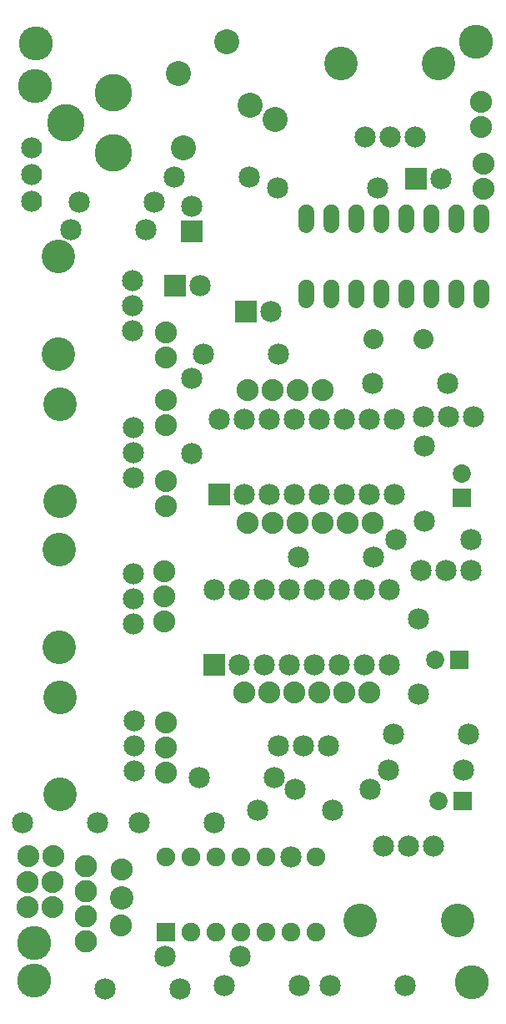
<source format=gts>
G04 MADE WITH FRITZING*
G04 WWW.FRITZING.ORG*
G04 DOUBLE SIDED*
G04 HOLES PLATED*
G04 CONTOUR ON CENTER OF CONTOUR VECTOR*
%ASAXBY*%
%FSLAX23Y23*%
%MOIN*%
%OFA0B0*%
%SFA1.0B1.0*%
%ADD10C,0.075000*%
%ADD11C,0.085000*%
%ADD12C,0.072992*%
%ADD13C,0.084000*%
%ADD14C,0.150000*%
%ADD15C,0.100020*%
%ADD16C,0.135984*%
%ADD17C,0.062000*%
%ADD18C,0.088000*%
%ADD19C,0.089370*%
%ADD20C,0.093307*%
%ADD21C,0.084667*%
%ADD22C,0.084695*%
%ADD23C,0.134033*%
%ADD24C,0.080000*%
%ADD25R,0.075000X0.075000*%
%ADD26R,0.085000X0.085000*%
%ADD27R,0.072992X0.072992*%
%ADD28R,0.001000X0.001000*%
%LNMASK1*%
G90*
G70*
G54D10*
X635Y287D03*
X735Y287D03*
X835Y287D03*
X935Y287D03*
X1035Y287D03*
X1135Y287D03*
X1235Y287D03*
X1235Y587D03*
G54D11*
X1135Y587D03*
G54D10*
X1035Y587D03*
X935Y587D03*
X835Y587D03*
X735Y587D03*
X635Y587D03*
G54D11*
X670Y2866D03*
X770Y2866D03*
X954Y2761D03*
X1054Y2761D03*
G54D12*
X1809Y1371D03*
X1711Y1371D03*
X1817Y2019D03*
X1817Y2117D03*
X1821Y810D03*
X1723Y810D03*
G54D13*
X98Y3415D03*
X98Y3308D03*
X98Y3201D03*
X98Y3415D03*
X98Y3308D03*
X98Y3201D03*
G54D11*
X1655Y1730D03*
X1755Y1730D03*
X1855Y1730D03*
X1863Y2341D03*
X1763Y2341D03*
X1663Y2341D03*
X1285Y1029D03*
X1185Y1029D03*
X1085Y1029D03*
G54D14*
X426Y3395D03*
X426Y3635D03*
X236Y3515D03*
G54D15*
X1070Y3530D03*
X971Y3585D03*
X705Y3416D03*
X685Y3711D03*
X877Y3839D03*
G54D11*
X1082Y3256D03*
X1482Y3256D03*
G54D16*
X1858Y86D03*
X1875Y3840D03*
X112Y3661D03*
X113Y3834D03*
X107Y241D03*
X107Y91D03*
G54D11*
X667Y3299D03*
X967Y3299D03*
X1300Y774D03*
X1000Y774D03*
X738Y2497D03*
X738Y2197D03*
G54D17*
X1196Y2833D03*
X1296Y2833D03*
X1396Y2833D03*
X1496Y2833D03*
X1596Y2833D03*
X1696Y2833D03*
X1796Y2833D03*
X1896Y2833D03*
X1896Y3133D03*
X1796Y3133D03*
X1696Y3133D03*
X1596Y3133D03*
X1496Y3133D03*
X1396Y3133D03*
X1296Y3133D03*
X1196Y3133D03*
X1196Y2833D03*
X1296Y2833D03*
X1396Y2833D03*
X1496Y2833D03*
X1596Y2833D03*
X1696Y2833D03*
X1796Y2833D03*
X1896Y2833D03*
X1896Y3133D03*
X1796Y3133D03*
X1696Y3133D03*
X1596Y3133D03*
X1496Y3133D03*
X1396Y3133D03*
X1296Y3133D03*
X1196Y3133D03*
G54D18*
X627Y1727D03*
X627Y1627D03*
X627Y1527D03*
X961Y2448D03*
X1061Y2448D03*
X1161Y2448D03*
X1261Y2448D03*
G54D19*
X314Y549D03*
X314Y449D03*
X314Y349D03*
X314Y249D03*
G54D18*
X948Y1243D03*
X1048Y1243D03*
X1148Y1243D03*
X1248Y1243D03*
X1348Y1243D03*
X1448Y1243D03*
X962Y1920D03*
X1062Y1920D03*
X1162Y1920D03*
X1262Y1920D03*
X1362Y1920D03*
X1462Y1920D03*
X1895Y3499D03*
X1895Y3599D03*
X1903Y3254D03*
X1903Y3354D03*
X634Y1987D03*
X634Y2087D03*
X82Y387D03*
X182Y387D03*
X82Y486D03*
X182Y486D03*
X83Y590D03*
X183Y590D03*
X455Y313D03*
X458Y536D03*
G54D20*
X457Y424D03*
G54D18*
X634Y2580D03*
X634Y2680D03*
X636Y1123D03*
X636Y1023D03*
X636Y923D03*
G54D11*
X827Y1354D03*
X827Y1654D03*
X927Y1354D03*
X927Y1654D03*
X1027Y1354D03*
X1027Y1654D03*
X1127Y1354D03*
X1127Y1654D03*
X1227Y1354D03*
X1227Y1654D03*
X1327Y1354D03*
X1327Y1654D03*
X1427Y1354D03*
X1427Y1654D03*
X1527Y1354D03*
X1527Y1654D03*
X848Y2031D03*
X848Y2331D03*
X948Y2031D03*
X948Y2331D03*
X1048Y2031D03*
X1048Y2331D03*
X1148Y2031D03*
X1148Y2331D03*
X1248Y2031D03*
X1248Y2331D03*
X1348Y2031D03*
X1348Y2331D03*
X1448Y2031D03*
X1448Y2331D03*
X1548Y2031D03*
X1548Y2331D03*
G54D21*
X507Y929D03*
X507Y1029D03*
G54D22*
X507Y1129D03*
G54D23*
X212Y835D03*
X212Y1223D03*
G54D21*
X504Y1517D03*
X504Y1617D03*
G54D22*
X504Y1717D03*
G54D23*
X209Y1423D03*
X209Y1812D03*
G54D21*
X501Y2686D03*
X501Y2786D03*
G54D22*
X501Y2886D03*
G54D23*
X205Y2592D03*
X205Y2981D03*
G54D21*
X1705Y628D03*
X1605Y628D03*
G54D22*
X1505Y628D03*
G54D23*
X1800Y333D03*
X1411Y333D03*
G54D21*
X506Y2100D03*
X506Y2200D03*
G54D22*
X506Y2300D03*
G54D23*
X211Y2006D03*
X211Y2394D03*
G54D11*
X587Y3199D03*
X287Y3199D03*
X554Y3090D03*
X254Y3090D03*
X738Y3084D03*
X738Y3184D03*
X1085Y2592D03*
X785Y2592D03*
X1463Y1782D03*
X1163Y1782D03*
X1843Y1076D03*
X1543Y1076D03*
X1645Y1235D03*
X1645Y1535D03*
X1668Y1927D03*
X1668Y2227D03*
X1761Y2477D03*
X1461Y2477D03*
X1553Y1852D03*
X1853Y1852D03*
X1452Y855D03*
X1152Y855D03*
X1823Y934D03*
X1523Y934D03*
X769Y901D03*
X1069Y901D03*
X690Y59D03*
X390Y59D03*
X632Y190D03*
X932Y190D03*
X868Y72D03*
X1168Y72D03*
X1291Y74D03*
X1591Y74D03*
X62Y723D03*
X362Y723D03*
X827Y723D03*
X527Y723D03*
G54D24*
X1466Y2654D03*
X1666Y2654D03*
G54D21*
X1430Y3458D03*
X1530Y3458D03*
G54D22*
X1630Y3458D03*
G54D23*
X1335Y3753D03*
X1724Y3753D03*
G54D18*
X633Y2310D03*
X633Y2410D03*
G54D11*
X1635Y3292D03*
X1735Y3292D03*
G54D25*
X635Y287D03*
G54D26*
X670Y2866D03*
X954Y2761D03*
G54D27*
X1809Y1371D03*
X1817Y2019D03*
X1821Y810D03*
G54D26*
X827Y1354D03*
X848Y2031D03*
X738Y3084D03*
X1635Y3292D03*
G54D28*
X1191Y3190D02*
X1201Y3190D01*
X1291Y3190D02*
X1301Y3190D01*
X1391Y3190D02*
X1401Y3190D01*
X1491Y3190D02*
X1501Y3190D01*
X1590Y3190D02*
X1601Y3190D01*
X1690Y3190D02*
X1701Y3190D01*
X1790Y3190D02*
X1801Y3190D01*
X1890Y3190D02*
X1901Y3190D01*
X1187Y3189D02*
X1205Y3189D01*
X1287Y3189D02*
X1305Y3189D01*
X1387Y3189D02*
X1405Y3189D01*
X1487Y3189D02*
X1505Y3189D01*
X1587Y3189D02*
X1605Y3189D01*
X1687Y3189D02*
X1705Y3189D01*
X1787Y3189D02*
X1805Y3189D01*
X1887Y3189D02*
X1905Y3189D01*
X1184Y3188D02*
X1207Y3188D01*
X1284Y3188D02*
X1307Y3188D01*
X1384Y3188D02*
X1407Y3188D01*
X1484Y3188D02*
X1507Y3188D01*
X1584Y3188D02*
X1607Y3188D01*
X1684Y3188D02*
X1707Y3188D01*
X1784Y3188D02*
X1807Y3188D01*
X1884Y3188D02*
X1907Y3188D01*
X1182Y3187D02*
X1209Y3187D01*
X1282Y3187D02*
X1309Y3187D01*
X1382Y3187D02*
X1409Y3187D01*
X1482Y3187D02*
X1509Y3187D01*
X1582Y3187D02*
X1609Y3187D01*
X1682Y3187D02*
X1709Y3187D01*
X1782Y3187D02*
X1809Y3187D01*
X1882Y3187D02*
X1909Y3187D01*
X1180Y3186D02*
X1211Y3186D01*
X1280Y3186D02*
X1311Y3186D01*
X1380Y3186D02*
X1411Y3186D01*
X1480Y3186D02*
X1511Y3186D01*
X1580Y3186D02*
X1611Y3186D01*
X1680Y3186D02*
X1711Y3186D01*
X1780Y3186D02*
X1811Y3186D01*
X1880Y3186D02*
X1911Y3186D01*
X1179Y3185D02*
X1213Y3185D01*
X1279Y3185D02*
X1313Y3185D01*
X1379Y3185D02*
X1413Y3185D01*
X1478Y3185D02*
X1513Y3185D01*
X1578Y3185D02*
X1613Y3185D01*
X1678Y3185D02*
X1713Y3185D01*
X1778Y3185D02*
X1813Y3185D01*
X1878Y3185D02*
X1913Y3185D01*
X1177Y3184D02*
X1214Y3184D01*
X1277Y3184D02*
X1314Y3184D01*
X1377Y3184D02*
X1414Y3184D01*
X1477Y3184D02*
X1514Y3184D01*
X1577Y3184D02*
X1614Y3184D01*
X1677Y3184D02*
X1714Y3184D01*
X1777Y3184D02*
X1814Y3184D01*
X1877Y3184D02*
X1914Y3184D01*
X1176Y3183D02*
X1215Y3183D01*
X1276Y3183D02*
X1315Y3183D01*
X1376Y3183D02*
X1415Y3183D01*
X1476Y3183D02*
X1515Y3183D01*
X1576Y3183D02*
X1615Y3183D01*
X1676Y3183D02*
X1715Y3183D01*
X1776Y3183D02*
X1815Y3183D01*
X1876Y3183D02*
X1915Y3183D01*
X1175Y3182D02*
X1217Y3182D01*
X1275Y3182D02*
X1317Y3182D01*
X1375Y3182D02*
X1417Y3182D01*
X1475Y3182D02*
X1516Y3182D01*
X1575Y3182D02*
X1616Y3182D01*
X1675Y3182D02*
X1716Y3182D01*
X1775Y3182D02*
X1816Y3182D01*
X1875Y3182D02*
X1916Y3182D01*
X1174Y3181D02*
X1218Y3181D01*
X1274Y3181D02*
X1318Y3181D01*
X1374Y3181D02*
X1418Y3181D01*
X1474Y3181D02*
X1517Y3181D01*
X1574Y3181D02*
X1617Y3181D01*
X1674Y3181D02*
X1717Y3181D01*
X1774Y3181D02*
X1817Y3181D01*
X1874Y3181D02*
X1917Y3181D01*
X1173Y3180D02*
X1218Y3180D01*
X1273Y3180D02*
X1318Y3180D01*
X1373Y3180D02*
X1418Y3180D01*
X1473Y3180D02*
X1518Y3180D01*
X1573Y3180D02*
X1618Y3180D01*
X1673Y3180D02*
X1718Y3180D01*
X1773Y3180D02*
X1818Y3180D01*
X1873Y3180D02*
X1918Y3180D01*
X1172Y3179D02*
X1219Y3179D01*
X1272Y3179D02*
X1319Y3179D01*
X1372Y3179D02*
X1419Y3179D01*
X1472Y3179D02*
X1519Y3179D01*
X1572Y3179D02*
X1619Y3179D01*
X1672Y3179D02*
X1719Y3179D01*
X1772Y3179D02*
X1819Y3179D01*
X1872Y3179D02*
X1919Y3179D01*
X1171Y3178D02*
X1220Y3178D01*
X1271Y3178D02*
X1320Y3178D01*
X1371Y3178D02*
X1420Y3178D01*
X1471Y3178D02*
X1520Y3178D01*
X1571Y3178D02*
X1620Y3178D01*
X1671Y3178D02*
X1720Y3178D01*
X1771Y3178D02*
X1820Y3178D01*
X1871Y3178D02*
X1920Y3178D01*
X1171Y3177D02*
X1221Y3177D01*
X1271Y3177D02*
X1321Y3177D01*
X1371Y3177D02*
X1421Y3177D01*
X1471Y3177D02*
X1521Y3177D01*
X1571Y3177D02*
X1621Y3177D01*
X1671Y3177D02*
X1721Y3177D01*
X1770Y3177D02*
X1821Y3177D01*
X1870Y3177D02*
X1921Y3177D01*
X1170Y3176D02*
X1221Y3176D01*
X1270Y3176D02*
X1321Y3176D01*
X1370Y3176D02*
X1421Y3176D01*
X1470Y3176D02*
X1521Y3176D01*
X1570Y3176D02*
X1621Y3176D01*
X1670Y3176D02*
X1721Y3176D01*
X1770Y3176D02*
X1821Y3176D01*
X1870Y3176D02*
X1921Y3176D01*
X1169Y3175D02*
X1222Y3175D01*
X1269Y3175D02*
X1322Y3175D01*
X1369Y3175D02*
X1422Y3175D01*
X1469Y3175D02*
X1522Y3175D01*
X1569Y3175D02*
X1622Y3175D01*
X1669Y3175D02*
X1722Y3175D01*
X1769Y3175D02*
X1822Y3175D01*
X1869Y3175D02*
X1922Y3175D01*
X1169Y3174D02*
X1223Y3174D01*
X1269Y3174D02*
X1323Y3174D01*
X1369Y3174D02*
X1422Y3174D01*
X1469Y3174D02*
X1522Y3174D01*
X1569Y3174D02*
X1622Y3174D01*
X1669Y3174D02*
X1722Y3174D01*
X1769Y3174D02*
X1822Y3174D01*
X1869Y3174D02*
X1922Y3174D01*
X1168Y3173D02*
X1223Y3173D01*
X1268Y3173D02*
X1323Y3173D01*
X1368Y3173D02*
X1423Y3173D01*
X1468Y3173D02*
X1523Y3173D01*
X1568Y3173D02*
X1623Y3173D01*
X1668Y3173D02*
X1723Y3173D01*
X1768Y3173D02*
X1823Y3173D01*
X1868Y3173D02*
X1923Y3173D01*
X1168Y3172D02*
X1223Y3172D01*
X1268Y3172D02*
X1323Y3172D01*
X1368Y3172D02*
X1423Y3172D01*
X1468Y3172D02*
X1523Y3172D01*
X1568Y3172D02*
X1623Y3172D01*
X1668Y3172D02*
X1723Y3172D01*
X1768Y3172D02*
X1823Y3172D01*
X1868Y3172D02*
X1923Y3172D01*
X1168Y3171D02*
X1224Y3171D01*
X1267Y3171D02*
X1324Y3171D01*
X1367Y3171D02*
X1424Y3171D01*
X1467Y3171D02*
X1524Y3171D01*
X1567Y3171D02*
X1624Y3171D01*
X1667Y3171D02*
X1724Y3171D01*
X1767Y3171D02*
X1824Y3171D01*
X1867Y3171D02*
X1924Y3171D01*
X1167Y3170D02*
X1224Y3170D01*
X1267Y3170D02*
X1324Y3170D01*
X1367Y3170D02*
X1424Y3170D01*
X1467Y3170D02*
X1524Y3170D01*
X1567Y3170D02*
X1624Y3170D01*
X1667Y3170D02*
X1724Y3170D01*
X1767Y3170D02*
X1824Y3170D01*
X1867Y3170D02*
X1924Y3170D01*
X1167Y3169D02*
X1225Y3169D01*
X1267Y3169D02*
X1325Y3169D01*
X1367Y3169D02*
X1425Y3169D01*
X1467Y3169D02*
X1525Y3169D01*
X1567Y3169D02*
X1625Y3169D01*
X1667Y3169D02*
X1724Y3169D01*
X1767Y3169D02*
X1824Y3169D01*
X1867Y3169D02*
X1924Y3169D01*
X1166Y3168D02*
X1225Y3168D01*
X1266Y3168D02*
X1325Y3168D01*
X1366Y3168D02*
X1425Y3168D01*
X1466Y3168D02*
X1525Y3168D01*
X1566Y3168D02*
X1625Y3168D01*
X1666Y3168D02*
X1725Y3168D01*
X1766Y3168D02*
X1825Y3168D01*
X1866Y3168D02*
X1925Y3168D01*
X1166Y3167D02*
X1225Y3167D01*
X1266Y3167D02*
X1325Y3167D01*
X1366Y3167D02*
X1425Y3167D01*
X1466Y3167D02*
X1525Y3167D01*
X1566Y3167D02*
X1625Y3167D01*
X1666Y3167D02*
X1725Y3167D01*
X1766Y3167D02*
X1825Y3167D01*
X1866Y3167D02*
X1925Y3167D01*
X1166Y3166D02*
X1225Y3166D01*
X1266Y3166D02*
X1325Y3166D01*
X1366Y3166D02*
X1425Y3166D01*
X1466Y3166D02*
X1525Y3166D01*
X1566Y3166D02*
X1625Y3166D01*
X1666Y3166D02*
X1725Y3166D01*
X1766Y3166D02*
X1825Y3166D01*
X1866Y3166D02*
X1925Y3166D01*
X1166Y3165D02*
X1226Y3165D01*
X1266Y3165D02*
X1326Y3165D01*
X1366Y3165D02*
X1426Y3165D01*
X1466Y3165D02*
X1526Y3165D01*
X1566Y3165D02*
X1626Y3165D01*
X1666Y3165D02*
X1726Y3165D01*
X1766Y3165D02*
X1825Y3165D01*
X1866Y3165D02*
X1925Y3165D01*
X1166Y3164D02*
X1226Y3164D01*
X1266Y3164D02*
X1326Y3164D01*
X1366Y3164D02*
X1426Y3164D01*
X1466Y3164D02*
X1526Y3164D01*
X1565Y3164D02*
X1626Y3164D01*
X1665Y3164D02*
X1726Y3164D01*
X1765Y3164D02*
X1826Y3164D01*
X1865Y3164D02*
X1926Y3164D01*
X1165Y3163D02*
X1226Y3163D01*
X1265Y3163D02*
X1326Y3163D01*
X1365Y3163D02*
X1426Y3163D01*
X1465Y3163D02*
X1526Y3163D01*
X1565Y3163D02*
X1626Y3163D01*
X1665Y3163D02*
X1726Y3163D01*
X1765Y3163D02*
X1826Y3163D01*
X1865Y3163D02*
X1926Y3163D01*
X1165Y3162D02*
X1226Y3162D01*
X1265Y3162D02*
X1326Y3162D01*
X1365Y3162D02*
X1426Y3162D01*
X1465Y3162D02*
X1526Y3162D01*
X1565Y3162D02*
X1626Y3162D01*
X1665Y3162D02*
X1726Y3162D01*
X1765Y3162D02*
X1826Y3162D01*
X1865Y3162D02*
X1926Y3162D01*
X1165Y3161D02*
X1226Y3161D01*
X1265Y3161D02*
X1326Y3161D01*
X1365Y3161D02*
X1426Y3161D01*
X1465Y3161D02*
X1526Y3161D01*
X1565Y3161D02*
X1626Y3161D01*
X1665Y3161D02*
X1726Y3161D01*
X1765Y3161D02*
X1826Y3161D01*
X1865Y3161D02*
X1926Y3161D01*
X1165Y3160D02*
X1226Y3160D01*
X1265Y3160D02*
X1326Y3160D01*
X1365Y3160D02*
X1426Y3160D01*
X1465Y3160D02*
X1526Y3160D01*
X1565Y3160D02*
X1626Y3160D01*
X1665Y3160D02*
X1726Y3160D01*
X1765Y3160D02*
X1826Y3160D01*
X1865Y3160D02*
X1926Y3160D01*
X1165Y3159D02*
X1226Y3159D01*
X1265Y3159D02*
X1326Y3159D01*
X1365Y3159D02*
X1426Y3159D01*
X1465Y3159D02*
X1526Y3159D01*
X1565Y3159D02*
X1626Y3159D01*
X1665Y3159D02*
X1726Y3159D01*
X1765Y3159D02*
X1826Y3159D01*
X1865Y3159D02*
X1926Y3159D01*
X1165Y3158D02*
X1226Y3158D01*
X1265Y3158D02*
X1326Y3158D01*
X1365Y3158D02*
X1426Y3158D01*
X1465Y3158D02*
X1526Y3158D01*
X1565Y3158D02*
X1626Y3158D01*
X1665Y3158D02*
X1726Y3158D01*
X1765Y3158D02*
X1826Y3158D01*
X1865Y3158D02*
X1926Y3158D01*
X1165Y3157D02*
X1226Y3157D01*
X1265Y3157D02*
X1326Y3157D01*
X1365Y3157D02*
X1426Y3157D01*
X1465Y3157D02*
X1526Y3157D01*
X1565Y3157D02*
X1626Y3157D01*
X1665Y3157D02*
X1726Y3157D01*
X1765Y3157D02*
X1826Y3157D01*
X1865Y3157D02*
X1926Y3157D01*
X1165Y3156D02*
X1226Y3156D01*
X1265Y3156D02*
X1326Y3156D01*
X1365Y3156D02*
X1426Y3156D01*
X1465Y3156D02*
X1526Y3156D01*
X1565Y3156D02*
X1626Y3156D01*
X1665Y3156D02*
X1726Y3156D01*
X1765Y3156D02*
X1826Y3156D01*
X1865Y3156D02*
X1926Y3156D01*
X1165Y3155D02*
X1226Y3155D01*
X1265Y3155D02*
X1326Y3155D01*
X1365Y3155D02*
X1426Y3155D01*
X1465Y3155D02*
X1526Y3155D01*
X1565Y3155D02*
X1626Y3155D01*
X1665Y3155D02*
X1726Y3155D01*
X1765Y3155D02*
X1826Y3155D01*
X1865Y3155D02*
X1926Y3155D01*
X1165Y3154D02*
X1226Y3154D01*
X1265Y3154D02*
X1326Y3154D01*
X1365Y3154D02*
X1426Y3154D01*
X1465Y3154D02*
X1526Y3154D01*
X1565Y3154D02*
X1626Y3154D01*
X1665Y3154D02*
X1726Y3154D01*
X1765Y3154D02*
X1826Y3154D01*
X1865Y3154D02*
X1926Y3154D01*
X1165Y3153D02*
X1226Y3153D01*
X1265Y3153D02*
X1326Y3153D01*
X1365Y3153D02*
X1426Y3153D01*
X1465Y3153D02*
X1526Y3153D01*
X1565Y3153D02*
X1626Y3153D01*
X1665Y3153D02*
X1726Y3153D01*
X1765Y3153D02*
X1826Y3153D01*
X1865Y3153D02*
X1926Y3153D01*
X1165Y3152D02*
X1226Y3152D01*
X1265Y3152D02*
X1326Y3152D01*
X1365Y3152D02*
X1426Y3152D01*
X1465Y3152D02*
X1526Y3152D01*
X1565Y3152D02*
X1626Y3152D01*
X1665Y3152D02*
X1726Y3152D01*
X1765Y3152D02*
X1826Y3152D01*
X1865Y3152D02*
X1926Y3152D01*
X1165Y3151D02*
X1226Y3151D01*
X1265Y3151D02*
X1326Y3151D01*
X1365Y3151D02*
X1426Y3151D01*
X1465Y3151D02*
X1526Y3151D01*
X1565Y3151D02*
X1626Y3151D01*
X1665Y3151D02*
X1726Y3151D01*
X1765Y3151D02*
X1826Y3151D01*
X1865Y3151D02*
X1926Y3151D01*
X1165Y3150D02*
X1226Y3150D01*
X1265Y3150D02*
X1326Y3150D01*
X1365Y3150D02*
X1426Y3150D01*
X1465Y3150D02*
X1526Y3150D01*
X1565Y3150D02*
X1626Y3150D01*
X1665Y3150D02*
X1726Y3150D01*
X1765Y3150D02*
X1826Y3150D01*
X1865Y3150D02*
X1926Y3150D01*
X1165Y3149D02*
X1226Y3149D01*
X1265Y3149D02*
X1326Y3149D01*
X1365Y3149D02*
X1426Y3149D01*
X1465Y3149D02*
X1526Y3149D01*
X1565Y3149D02*
X1626Y3149D01*
X1665Y3149D02*
X1726Y3149D01*
X1765Y3149D02*
X1826Y3149D01*
X1865Y3149D02*
X1926Y3149D01*
X1165Y3148D02*
X1226Y3148D01*
X1265Y3148D02*
X1326Y3148D01*
X1365Y3148D02*
X1426Y3148D01*
X1465Y3148D02*
X1526Y3148D01*
X1565Y3148D02*
X1626Y3148D01*
X1665Y3148D02*
X1726Y3148D01*
X1765Y3148D02*
X1826Y3148D01*
X1865Y3148D02*
X1926Y3148D01*
X1165Y3147D02*
X1226Y3147D01*
X1265Y3147D02*
X1326Y3147D01*
X1365Y3147D02*
X1426Y3147D01*
X1465Y3147D02*
X1526Y3147D01*
X1565Y3147D02*
X1626Y3147D01*
X1665Y3147D02*
X1726Y3147D01*
X1765Y3147D02*
X1826Y3147D01*
X1865Y3147D02*
X1926Y3147D01*
X1165Y3146D02*
X1226Y3146D01*
X1265Y3146D02*
X1326Y3146D01*
X1365Y3146D02*
X1426Y3146D01*
X1465Y3146D02*
X1526Y3146D01*
X1565Y3146D02*
X1626Y3146D01*
X1665Y3146D02*
X1726Y3146D01*
X1765Y3146D02*
X1826Y3146D01*
X1865Y3146D02*
X1926Y3146D01*
X1165Y3145D02*
X1226Y3145D01*
X1265Y3145D02*
X1326Y3145D01*
X1365Y3145D02*
X1426Y3145D01*
X1465Y3145D02*
X1526Y3145D01*
X1565Y3145D02*
X1626Y3145D01*
X1665Y3145D02*
X1726Y3145D01*
X1765Y3145D02*
X1826Y3145D01*
X1865Y3145D02*
X1926Y3145D01*
X1165Y3144D02*
X1192Y3144D01*
X1200Y3144D02*
X1226Y3144D01*
X1265Y3144D02*
X1292Y3144D01*
X1300Y3144D02*
X1326Y3144D01*
X1365Y3144D02*
X1391Y3144D01*
X1400Y3144D02*
X1426Y3144D01*
X1465Y3144D02*
X1491Y3144D01*
X1500Y3144D02*
X1526Y3144D01*
X1565Y3144D02*
X1591Y3144D01*
X1600Y3144D02*
X1626Y3144D01*
X1665Y3144D02*
X1691Y3144D01*
X1700Y3144D02*
X1726Y3144D01*
X1765Y3144D02*
X1791Y3144D01*
X1800Y3144D02*
X1826Y3144D01*
X1865Y3144D02*
X1891Y3144D01*
X1900Y3144D02*
X1926Y3144D01*
X1165Y3143D02*
X1189Y3143D01*
X1202Y3143D02*
X1226Y3143D01*
X1265Y3143D02*
X1289Y3143D01*
X1302Y3143D02*
X1326Y3143D01*
X1365Y3143D02*
X1389Y3143D01*
X1402Y3143D02*
X1426Y3143D01*
X1465Y3143D02*
X1489Y3143D01*
X1502Y3143D02*
X1526Y3143D01*
X1565Y3143D02*
X1589Y3143D01*
X1602Y3143D02*
X1626Y3143D01*
X1665Y3143D02*
X1689Y3143D01*
X1702Y3143D02*
X1726Y3143D01*
X1765Y3143D02*
X1789Y3143D01*
X1802Y3143D02*
X1826Y3143D01*
X1865Y3143D02*
X1889Y3143D01*
X1902Y3143D02*
X1926Y3143D01*
X1165Y3142D02*
X1188Y3142D01*
X1203Y3142D02*
X1226Y3142D01*
X1265Y3142D02*
X1288Y3142D01*
X1303Y3142D02*
X1326Y3142D01*
X1365Y3142D02*
X1388Y3142D01*
X1403Y3142D02*
X1426Y3142D01*
X1465Y3142D02*
X1488Y3142D01*
X1503Y3142D02*
X1526Y3142D01*
X1565Y3142D02*
X1588Y3142D01*
X1603Y3142D02*
X1626Y3142D01*
X1665Y3142D02*
X1688Y3142D01*
X1703Y3142D02*
X1726Y3142D01*
X1765Y3142D02*
X1788Y3142D01*
X1803Y3142D02*
X1826Y3142D01*
X1865Y3142D02*
X1888Y3142D01*
X1903Y3142D02*
X1926Y3142D01*
X1165Y3141D02*
X1187Y3141D01*
X1204Y3141D02*
X1226Y3141D01*
X1265Y3141D02*
X1287Y3141D01*
X1304Y3141D02*
X1326Y3141D01*
X1365Y3141D02*
X1387Y3141D01*
X1404Y3141D02*
X1426Y3141D01*
X1465Y3141D02*
X1487Y3141D01*
X1504Y3141D02*
X1526Y3141D01*
X1565Y3141D02*
X1587Y3141D01*
X1604Y3141D02*
X1626Y3141D01*
X1665Y3141D02*
X1687Y3141D01*
X1704Y3141D02*
X1726Y3141D01*
X1765Y3141D02*
X1787Y3141D01*
X1804Y3141D02*
X1826Y3141D01*
X1865Y3141D02*
X1887Y3141D01*
X1904Y3141D02*
X1926Y3141D01*
X1165Y3140D02*
X1186Y3140D01*
X1205Y3140D02*
X1226Y3140D01*
X1265Y3140D02*
X1286Y3140D01*
X1305Y3140D02*
X1326Y3140D01*
X1365Y3140D02*
X1386Y3140D01*
X1405Y3140D02*
X1426Y3140D01*
X1465Y3140D02*
X1486Y3140D01*
X1505Y3140D02*
X1526Y3140D01*
X1565Y3140D02*
X1586Y3140D01*
X1605Y3140D02*
X1626Y3140D01*
X1665Y3140D02*
X1686Y3140D01*
X1705Y3140D02*
X1726Y3140D01*
X1765Y3140D02*
X1786Y3140D01*
X1805Y3140D02*
X1826Y3140D01*
X1865Y3140D02*
X1886Y3140D01*
X1905Y3140D02*
X1926Y3140D01*
X1165Y3139D02*
X1186Y3139D01*
X1206Y3139D02*
X1226Y3139D01*
X1265Y3139D02*
X1286Y3139D01*
X1306Y3139D02*
X1326Y3139D01*
X1365Y3139D02*
X1386Y3139D01*
X1406Y3139D02*
X1426Y3139D01*
X1465Y3139D02*
X1486Y3139D01*
X1506Y3139D02*
X1526Y3139D01*
X1565Y3139D02*
X1585Y3139D01*
X1606Y3139D02*
X1626Y3139D01*
X1665Y3139D02*
X1685Y3139D01*
X1706Y3139D02*
X1726Y3139D01*
X1765Y3139D02*
X1785Y3139D01*
X1806Y3139D02*
X1826Y3139D01*
X1865Y3139D02*
X1885Y3139D01*
X1906Y3139D02*
X1926Y3139D01*
X1165Y3138D02*
X1185Y3138D01*
X1206Y3138D02*
X1226Y3138D01*
X1265Y3138D02*
X1285Y3138D01*
X1306Y3138D02*
X1326Y3138D01*
X1365Y3138D02*
X1385Y3138D01*
X1406Y3138D02*
X1426Y3138D01*
X1465Y3138D02*
X1485Y3138D01*
X1506Y3138D02*
X1526Y3138D01*
X1565Y3138D02*
X1585Y3138D01*
X1606Y3138D02*
X1626Y3138D01*
X1665Y3138D02*
X1685Y3138D01*
X1706Y3138D02*
X1726Y3138D01*
X1765Y3138D02*
X1785Y3138D01*
X1806Y3138D02*
X1826Y3138D01*
X1865Y3138D02*
X1885Y3138D01*
X1906Y3138D02*
X1926Y3138D01*
X1165Y3137D02*
X1185Y3137D01*
X1207Y3137D02*
X1226Y3137D01*
X1265Y3137D02*
X1285Y3137D01*
X1307Y3137D02*
X1326Y3137D01*
X1365Y3137D02*
X1385Y3137D01*
X1407Y3137D02*
X1426Y3137D01*
X1465Y3137D02*
X1485Y3137D01*
X1507Y3137D02*
X1526Y3137D01*
X1565Y3137D02*
X1585Y3137D01*
X1607Y3137D02*
X1626Y3137D01*
X1665Y3137D02*
X1685Y3137D01*
X1707Y3137D02*
X1726Y3137D01*
X1765Y3137D02*
X1785Y3137D01*
X1807Y3137D02*
X1826Y3137D01*
X1865Y3137D02*
X1885Y3137D01*
X1907Y3137D02*
X1926Y3137D01*
X1165Y3136D02*
X1184Y3136D01*
X1207Y3136D02*
X1226Y3136D01*
X1265Y3136D02*
X1284Y3136D01*
X1307Y3136D02*
X1326Y3136D01*
X1365Y3136D02*
X1384Y3136D01*
X1407Y3136D02*
X1426Y3136D01*
X1465Y3136D02*
X1484Y3136D01*
X1507Y3136D02*
X1526Y3136D01*
X1565Y3136D02*
X1584Y3136D01*
X1607Y3136D02*
X1626Y3136D01*
X1665Y3136D02*
X1684Y3136D01*
X1707Y3136D02*
X1726Y3136D01*
X1765Y3136D02*
X1784Y3136D01*
X1807Y3136D02*
X1826Y3136D01*
X1865Y3136D02*
X1884Y3136D01*
X1907Y3136D02*
X1926Y3136D01*
X1165Y3135D02*
X1184Y3135D01*
X1207Y3135D02*
X1226Y3135D01*
X1265Y3135D02*
X1284Y3135D01*
X1307Y3135D02*
X1326Y3135D01*
X1365Y3135D02*
X1384Y3135D01*
X1407Y3135D02*
X1426Y3135D01*
X1465Y3135D02*
X1484Y3135D01*
X1507Y3135D02*
X1526Y3135D01*
X1565Y3135D02*
X1584Y3135D01*
X1607Y3135D02*
X1626Y3135D01*
X1665Y3135D02*
X1684Y3135D01*
X1707Y3135D02*
X1726Y3135D01*
X1765Y3135D02*
X1784Y3135D01*
X1807Y3135D02*
X1826Y3135D01*
X1865Y3135D02*
X1884Y3135D01*
X1907Y3135D02*
X1926Y3135D01*
X1165Y3134D02*
X1184Y3134D01*
X1207Y3134D02*
X1226Y3134D01*
X1265Y3134D02*
X1284Y3134D01*
X1307Y3134D02*
X1326Y3134D01*
X1365Y3134D02*
X1384Y3134D01*
X1407Y3134D02*
X1426Y3134D01*
X1465Y3134D02*
X1484Y3134D01*
X1507Y3134D02*
X1526Y3134D01*
X1565Y3134D02*
X1584Y3134D01*
X1607Y3134D02*
X1626Y3134D01*
X1665Y3134D02*
X1684Y3134D01*
X1707Y3134D02*
X1726Y3134D01*
X1765Y3134D02*
X1784Y3134D01*
X1807Y3134D02*
X1826Y3134D01*
X1865Y3134D02*
X1884Y3134D01*
X1907Y3134D02*
X1926Y3134D01*
X1165Y3133D02*
X1184Y3133D01*
X1207Y3133D02*
X1226Y3133D01*
X1265Y3133D02*
X1284Y3133D01*
X1307Y3133D02*
X1326Y3133D01*
X1365Y3133D02*
X1384Y3133D01*
X1407Y3133D02*
X1426Y3133D01*
X1465Y3133D02*
X1484Y3133D01*
X1507Y3133D02*
X1526Y3133D01*
X1565Y3133D02*
X1584Y3133D01*
X1607Y3133D02*
X1626Y3133D01*
X1665Y3133D02*
X1684Y3133D01*
X1707Y3133D02*
X1726Y3133D01*
X1765Y3133D02*
X1784Y3133D01*
X1807Y3133D02*
X1826Y3133D01*
X1865Y3133D02*
X1884Y3133D01*
X1907Y3133D02*
X1926Y3133D01*
X1165Y3132D02*
X1184Y3132D01*
X1207Y3132D02*
X1226Y3132D01*
X1265Y3132D02*
X1284Y3132D01*
X1307Y3132D02*
X1326Y3132D01*
X1365Y3132D02*
X1384Y3132D01*
X1407Y3132D02*
X1426Y3132D01*
X1465Y3132D02*
X1484Y3132D01*
X1507Y3132D02*
X1526Y3132D01*
X1565Y3132D02*
X1584Y3132D01*
X1607Y3132D02*
X1626Y3132D01*
X1665Y3132D02*
X1684Y3132D01*
X1707Y3132D02*
X1726Y3132D01*
X1765Y3132D02*
X1784Y3132D01*
X1807Y3132D02*
X1826Y3132D01*
X1865Y3132D02*
X1884Y3132D01*
X1907Y3132D02*
X1926Y3132D01*
X1165Y3131D02*
X1184Y3131D01*
X1207Y3131D02*
X1226Y3131D01*
X1265Y3131D02*
X1284Y3131D01*
X1307Y3131D02*
X1326Y3131D01*
X1365Y3131D02*
X1384Y3131D01*
X1407Y3131D02*
X1426Y3131D01*
X1465Y3131D02*
X1484Y3131D01*
X1507Y3131D02*
X1526Y3131D01*
X1565Y3131D02*
X1584Y3131D01*
X1607Y3131D02*
X1626Y3131D01*
X1665Y3131D02*
X1684Y3131D01*
X1707Y3131D02*
X1726Y3131D01*
X1765Y3131D02*
X1784Y3131D01*
X1807Y3131D02*
X1826Y3131D01*
X1865Y3131D02*
X1884Y3131D01*
X1907Y3131D02*
X1926Y3131D01*
X1165Y3130D02*
X1185Y3130D01*
X1207Y3130D02*
X1226Y3130D01*
X1265Y3130D02*
X1285Y3130D01*
X1307Y3130D02*
X1326Y3130D01*
X1365Y3130D02*
X1385Y3130D01*
X1407Y3130D02*
X1426Y3130D01*
X1465Y3130D02*
X1485Y3130D01*
X1507Y3130D02*
X1526Y3130D01*
X1565Y3130D02*
X1585Y3130D01*
X1607Y3130D02*
X1626Y3130D01*
X1665Y3130D02*
X1685Y3130D01*
X1707Y3130D02*
X1726Y3130D01*
X1765Y3130D02*
X1785Y3130D01*
X1806Y3130D02*
X1826Y3130D01*
X1865Y3130D02*
X1885Y3130D01*
X1906Y3130D02*
X1926Y3130D01*
X1165Y3129D02*
X1185Y3129D01*
X1206Y3129D02*
X1226Y3129D01*
X1265Y3129D02*
X1285Y3129D01*
X1306Y3129D02*
X1326Y3129D01*
X1365Y3129D02*
X1385Y3129D01*
X1406Y3129D02*
X1426Y3129D01*
X1465Y3129D02*
X1485Y3129D01*
X1506Y3129D02*
X1526Y3129D01*
X1565Y3129D02*
X1585Y3129D01*
X1606Y3129D02*
X1626Y3129D01*
X1665Y3129D02*
X1685Y3129D01*
X1706Y3129D02*
X1726Y3129D01*
X1765Y3129D02*
X1785Y3129D01*
X1806Y3129D02*
X1826Y3129D01*
X1865Y3129D02*
X1885Y3129D01*
X1906Y3129D02*
X1926Y3129D01*
X1165Y3128D02*
X1186Y3128D01*
X1206Y3128D02*
X1226Y3128D01*
X1265Y3128D02*
X1286Y3128D01*
X1306Y3128D02*
X1326Y3128D01*
X1365Y3128D02*
X1386Y3128D01*
X1406Y3128D02*
X1426Y3128D01*
X1465Y3128D02*
X1486Y3128D01*
X1506Y3128D02*
X1526Y3128D01*
X1565Y3128D02*
X1586Y3128D01*
X1606Y3128D02*
X1626Y3128D01*
X1665Y3128D02*
X1686Y3128D01*
X1706Y3128D02*
X1726Y3128D01*
X1765Y3128D02*
X1786Y3128D01*
X1806Y3128D02*
X1826Y3128D01*
X1865Y3128D02*
X1886Y3128D01*
X1906Y3128D02*
X1926Y3128D01*
X1165Y3127D02*
X1186Y3127D01*
X1205Y3127D02*
X1226Y3127D01*
X1265Y3127D02*
X1286Y3127D01*
X1305Y3127D02*
X1326Y3127D01*
X1365Y3127D02*
X1386Y3127D01*
X1405Y3127D02*
X1426Y3127D01*
X1465Y3127D02*
X1486Y3127D01*
X1505Y3127D02*
X1526Y3127D01*
X1565Y3127D02*
X1586Y3127D01*
X1605Y3127D02*
X1626Y3127D01*
X1665Y3127D02*
X1686Y3127D01*
X1705Y3127D02*
X1726Y3127D01*
X1765Y3127D02*
X1786Y3127D01*
X1805Y3127D02*
X1826Y3127D01*
X1865Y3127D02*
X1886Y3127D01*
X1905Y3127D02*
X1926Y3127D01*
X1165Y3126D02*
X1187Y3126D01*
X1204Y3126D02*
X1226Y3126D01*
X1265Y3126D02*
X1287Y3126D01*
X1304Y3126D02*
X1326Y3126D01*
X1365Y3126D02*
X1387Y3126D01*
X1404Y3126D02*
X1426Y3126D01*
X1465Y3126D02*
X1487Y3126D01*
X1504Y3126D02*
X1526Y3126D01*
X1565Y3126D02*
X1587Y3126D01*
X1604Y3126D02*
X1626Y3126D01*
X1665Y3126D02*
X1687Y3126D01*
X1704Y3126D02*
X1726Y3126D01*
X1765Y3126D02*
X1787Y3126D01*
X1804Y3126D02*
X1826Y3126D01*
X1865Y3126D02*
X1887Y3126D01*
X1904Y3126D02*
X1926Y3126D01*
X1165Y3125D02*
X1188Y3125D01*
X1203Y3125D02*
X1226Y3125D01*
X1265Y3125D02*
X1288Y3125D01*
X1303Y3125D02*
X1326Y3125D01*
X1365Y3125D02*
X1388Y3125D01*
X1403Y3125D02*
X1426Y3125D01*
X1465Y3125D02*
X1488Y3125D01*
X1503Y3125D02*
X1526Y3125D01*
X1565Y3125D02*
X1588Y3125D01*
X1603Y3125D02*
X1626Y3125D01*
X1665Y3125D02*
X1688Y3125D01*
X1703Y3125D02*
X1726Y3125D01*
X1765Y3125D02*
X1788Y3125D01*
X1803Y3125D02*
X1826Y3125D01*
X1865Y3125D02*
X1888Y3125D01*
X1903Y3125D02*
X1926Y3125D01*
X1165Y3124D02*
X1190Y3124D01*
X1202Y3124D02*
X1226Y3124D01*
X1265Y3124D02*
X1290Y3124D01*
X1302Y3124D02*
X1326Y3124D01*
X1365Y3124D02*
X1390Y3124D01*
X1402Y3124D02*
X1426Y3124D01*
X1465Y3124D02*
X1490Y3124D01*
X1502Y3124D02*
X1526Y3124D01*
X1565Y3124D02*
X1590Y3124D01*
X1602Y3124D02*
X1626Y3124D01*
X1665Y3124D02*
X1690Y3124D01*
X1702Y3124D02*
X1726Y3124D01*
X1765Y3124D02*
X1790Y3124D01*
X1802Y3124D02*
X1826Y3124D01*
X1865Y3124D02*
X1890Y3124D01*
X1901Y3124D02*
X1926Y3124D01*
X1165Y3123D02*
X1192Y3123D01*
X1199Y3123D02*
X1226Y3123D01*
X1265Y3123D02*
X1292Y3123D01*
X1299Y3123D02*
X1326Y3123D01*
X1365Y3123D02*
X1392Y3123D01*
X1399Y3123D02*
X1426Y3123D01*
X1465Y3123D02*
X1492Y3123D01*
X1499Y3123D02*
X1526Y3123D01*
X1565Y3123D02*
X1592Y3123D01*
X1599Y3123D02*
X1626Y3123D01*
X1665Y3123D02*
X1692Y3123D01*
X1699Y3123D02*
X1726Y3123D01*
X1765Y3123D02*
X1792Y3123D01*
X1799Y3123D02*
X1826Y3123D01*
X1865Y3123D02*
X1892Y3123D01*
X1899Y3123D02*
X1926Y3123D01*
X1165Y3122D02*
X1226Y3122D01*
X1265Y3122D02*
X1326Y3122D01*
X1365Y3122D02*
X1426Y3122D01*
X1465Y3122D02*
X1526Y3122D01*
X1565Y3122D02*
X1626Y3122D01*
X1665Y3122D02*
X1726Y3122D01*
X1765Y3122D02*
X1826Y3122D01*
X1865Y3122D02*
X1926Y3122D01*
X1165Y3121D02*
X1226Y3121D01*
X1265Y3121D02*
X1326Y3121D01*
X1365Y3121D02*
X1426Y3121D01*
X1465Y3121D02*
X1526Y3121D01*
X1565Y3121D02*
X1626Y3121D01*
X1665Y3121D02*
X1726Y3121D01*
X1765Y3121D02*
X1826Y3121D01*
X1865Y3121D02*
X1926Y3121D01*
X1165Y3120D02*
X1226Y3120D01*
X1265Y3120D02*
X1326Y3120D01*
X1365Y3120D02*
X1426Y3120D01*
X1465Y3120D02*
X1526Y3120D01*
X1565Y3120D02*
X1626Y3120D01*
X1665Y3120D02*
X1726Y3120D01*
X1765Y3120D02*
X1826Y3120D01*
X1865Y3120D02*
X1926Y3120D01*
X1165Y3119D02*
X1226Y3119D01*
X1265Y3119D02*
X1326Y3119D01*
X1365Y3119D02*
X1426Y3119D01*
X1465Y3119D02*
X1526Y3119D01*
X1565Y3119D02*
X1626Y3119D01*
X1665Y3119D02*
X1726Y3119D01*
X1765Y3119D02*
X1826Y3119D01*
X1865Y3119D02*
X1926Y3119D01*
X1165Y3118D02*
X1226Y3118D01*
X1265Y3118D02*
X1326Y3118D01*
X1365Y3118D02*
X1426Y3118D01*
X1465Y3118D02*
X1526Y3118D01*
X1565Y3118D02*
X1626Y3118D01*
X1665Y3118D02*
X1726Y3118D01*
X1765Y3118D02*
X1826Y3118D01*
X1865Y3118D02*
X1926Y3118D01*
X1165Y3117D02*
X1226Y3117D01*
X1265Y3117D02*
X1326Y3117D01*
X1365Y3117D02*
X1426Y3117D01*
X1465Y3117D02*
X1526Y3117D01*
X1565Y3117D02*
X1626Y3117D01*
X1665Y3117D02*
X1726Y3117D01*
X1765Y3117D02*
X1826Y3117D01*
X1865Y3117D02*
X1926Y3117D01*
X1165Y3116D02*
X1226Y3116D01*
X1265Y3116D02*
X1326Y3116D01*
X1365Y3116D02*
X1426Y3116D01*
X1465Y3116D02*
X1526Y3116D01*
X1565Y3116D02*
X1626Y3116D01*
X1665Y3116D02*
X1726Y3116D01*
X1765Y3116D02*
X1826Y3116D01*
X1865Y3116D02*
X1926Y3116D01*
X1165Y3115D02*
X1226Y3115D01*
X1265Y3115D02*
X1326Y3115D01*
X1365Y3115D02*
X1426Y3115D01*
X1465Y3115D02*
X1526Y3115D01*
X1565Y3115D02*
X1626Y3115D01*
X1665Y3115D02*
X1726Y3115D01*
X1765Y3115D02*
X1826Y3115D01*
X1865Y3115D02*
X1926Y3115D01*
X1165Y3114D02*
X1226Y3114D01*
X1265Y3114D02*
X1326Y3114D01*
X1365Y3114D02*
X1426Y3114D01*
X1465Y3114D02*
X1526Y3114D01*
X1565Y3114D02*
X1626Y3114D01*
X1665Y3114D02*
X1726Y3114D01*
X1765Y3114D02*
X1826Y3114D01*
X1865Y3114D02*
X1926Y3114D01*
X1165Y3113D02*
X1226Y3113D01*
X1265Y3113D02*
X1326Y3113D01*
X1365Y3113D02*
X1426Y3113D01*
X1465Y3113D02*
X1526Y3113D01*
X1565Y3113D02*
X1626Y3113D01*
X1665Y3113D02*
X1726Y3113D01*
X1765Y3113D02*
X1826Y3113D01*
X1865Y3113D02*
X1926Y3113D01*
X1165Y3112D02*
X1226Y3112D01*
X1265Y3112D02*
X1326Y3112D01*
X1365Y3112D02*
X1426Y3112D01*
X1465Y3112D02*
X1526Y3112D01*
X1565Y3112D02*
X1626Y3112D01*
X1665Y3112D02*
X1726Y3112D01*
X1765Y3112D02*
X1826Y3112D01*
X1865Y3112D02*
X1926Y3112D01*
X1165Y3111D02*
X1226Y3111D01*
X1265Y3111D02*
X1326Y3111D01*
X1365Y3111D02*
X1426Y3111D01*
X1465Y3111D02*
X1526Y3111D01*
X1565Y3111D02*
X1626Y3111D01*
X1665Y3111D02*
X1726Y3111D01*
X1765Y3111D02*
X1826Y3111D01*
X1865Y3111D02*
X1926Y3111D01*
X1165Y3110D02*
X1226Y3110D01*
X1265Y3110D02*
X1326Y3110D01*
X1365Y3110D02*
X1426Y3110D01*
X1465Y3110D02*
X1526Y3110D01*
X1565Y3110D02*
X1626Y3110D01*
X1665Y3110D02*
X1726Y3110D01*
X1765Y3110D02*
X1826Y3110D01*
X1865Y3110D02*
X1926Y3110D01*
X1165Y3109D02*
X1226Y3109D01*
X1265Y3109D02*
X1326Y3109D01*
X1365Y3109D02*
X1426Y3109D01*
X1465Y3109D02*
X1526Y3109D01*
X1565Y3109D02*
X1626Y3109D01*
X1665Y3109D02*
X1726Y3109D01*
X1765Y3109D02*
X1826Y3109D01*
X1865Y3109D02*
X1926Y3109D01*
X1165Y3108D02*
X1226Y3108D01*
X1265Y3108D02*
X1326Y3108D01*
X1365Y3108D02*
X1426Y3108D01*
X1465Y3108D02*
X1526Y3108D01*
X1565Y3108D02*
X1626Y3108D01*
X1665Y3108D02*
X1726Y3108D01*
X1765Y3108D02*
X1826Y3108D01*
X1865Y3108D02*
X1926Y3108D01*
X1165Y3107D02*
X1226Y3107D01*
X1265Y3107D02*
X1326Y3107D01*
X1365Y3107D02*
X1426Y3107D01*
X1465Y3107D02*
X1526Y3107D01*
X1565Y3107D02*
X1626Y3107D01*
X1665Y3107D02*
X1726Y3107D01*
X1765Y3107D02*
X1826Y3107D01*
X1865Y3107D02*
X1926Y3107D01*
X1165Y3106D02*
X1226Y3106D01*
X1265Y3106D02*
X1326Y3106D01*
X1365Y3106D02*
X1426Y3106D01*
X1465Y3106D02*
X1526Y3106D01*
X1565Y3106D02*
X1626Y3106D01*
X1665Y3106D02*
X1726Y3106D01*
X1765Y3106D02*
X1826Y3106D01*
X1865Y3106D02*
X1926Y3106D01*
X1165Y3105D02*
X1226Y3105D01*
X1265Y3105D02*
X1326Y3105D01*
X1365Y3105D02*
X1426Y3105D01*
X1465Y3105D02*
X1526Y3105D01*
X1565Y3105D02*
X1626Y3105D01*
X1665Y3105D02*
X1726Y3105D01*
X1765Y3105D02*
X1826Y3105D01*
X1865Y3105D02*
X1926Y3105D01*
X1165Y3104D02*
X1226Y3104D01*
X1265Y3104D02*
X1326Y3104D01*
X1365Y3104D02*
X1426Y3104D01*
X1465Y3104D02*
X1526Y3104D01*
X1565Y3104D02*
X1626Y3104D01*
X1665Y3104D02*
X1726Y3104D01*
X1765Y3104D02*
X1826Y3104D01*
X1865Y3104D02*
X1926Y3104D01*
X1166Y3103D02*
X1226Y3103D01*
X1266Y3103D02*
X1326Y3103D01*
X1366Y3103D02*
X1426Y3103D01*
X1466Y3103D02*
X1526Y3103D01*
X1566Y3103D02*
X1626Y3103D01*
X1665Y3103D02*
X1726Y3103D01*
X1765Y3103D02*
X1826Y3103D01*
X1865Y3103D02*
X1926Y3103D01*
X1166Y3102D02*
X1226Y3102D01*
X1266Y3102D02*
X1326Y3102D01*
X1366Y3102D02*
X1426Y3102D01*
X1466Y3102D02*
X1526Y3102D01*
X1566Y3102D02*
X1626Y3102D01*
X1666Y3102D02*
X1725Y3102D01*
X1766Y3102D02*
X1825Y3102D01*
X1866Y3102D02*
X1925Y3102D01*
X1166Y3101D02*
X1225Y3101D01*
X1266Y3101D02*
X1325Y3101D01*
X1366Y3101D02*
X1425Y3101D01*
X1466Y3101D02*
X1525Y3101D01*
X1566Y3101D02*
X1625Y3101D01*
X1666Y3101D02*
X1725Y3101D01*
X1766Y3101D02*
X1825Y3101D01*
X1866Y3101D02*
X1925Y3101D01*
X1166Y3100D02*
X1225Y3100D01*
X1266Y3100D02*
X1325Y3100D01*
X1366Y3100D02*
X1425Y3100D01*
X1466Y3100D02*
X1525Y3100D01*
X1566Y3100D02*
X1625Y3100D01*
X1666Y3100D02*
X1725Y3100D01*
X1766Y3100D02*
X1825Y3100D01*
X1866Y3100D02*
X1925Y3100D01*
X1167Y3099D02*
X1225Y3099D01*
X1266Y3099D02*
X1325Y3099D01*
X1366Y3099D02*
X1425Y3099D01*
X1466Y3099D02*
X1525Y3099D01*
X1566Y3099D02*
X1625Y3099D01*
X1666Y3099D02*
X1725Y3099D01*
X1766Y3099D02*
X1825Y3099D01*
X1866Y3099D02*
X1925Y3099D01*
X1167Y3098D02*
X1225Y3098D01*
X1267Y3098D02*
X1325Y3098D01*
X1367Y3098D02*
X1425Y3098D01*
X1467Y3098D02*
X1524Y3098D01*
X1567Y3098D02*
X1624Y3098D01*
X1667Y3098D02*
X1724Y3098D01*
X1767Y3098D02*
X1824Y3098D01*
X1867Y3098D02*
X1924Y3098D01*
X1167Y3097D02*
X1224Y3097D01*
X1267Y3097D02*
X1324Y3097D01*
X1367Y3097D02*
X1424Y3097D01*
X1467Y3097D02*
X1524Y3097D01*
X1567Y3097D02*
X1624Y3097D01*
X1667Y3097D02*
X1724Y3097D01*
X1767Y3097D02*
X1824Y3097D01*
X1867Y3097D02*
X1924Y3097D01*
X1168Y3096D02*
X1224Y3096D01*
X1268Y3096D02*
X1324Y3096D01*
X1368Y3096D02*
X1424Y3096D01*
X1467Y3096D02*
X1524Y3096D01*
X1567Y3096D02*
X1624Y3096D01*
X1667Y3096D02*
X1724Y3096D01*
X1767Y3096D02*
X1824Y3096D01*
X1867Y3096D02*
X1924Y3096D01*
X1168Y3095D02*
X1223Y3095D01*
X1268Y3095D02*
X1323Y3095D01*
X1368Y3095D02*
X1423Y3095D01*
X1468Y3095D02*
X1523Y3095D01*
X1568Y3095D02*
X1623Y3095D01*
X1668Y3095D02*
X1723Y3095D01*
X1768Y3095D02*
X1823Y3095D01*
X1868Y3095D02*
X1923Y3095D01*
X1168Y3094D02*
X1223Y3094D01*
X1268Y3094D02*
X1323Y3094D01*
X1368Y3094D02*
X1423Y3094D01*
X1468Y3094D02*
X1523Y3094D01*
X1568Y3094D02*
X1623Y3094D01*
X1668Y3094D02*
X1723Y3094D01*
X1768Y3094D02*
X1823Y3094D01*
X1868Y3094D02*
X1923Y3094D01*
X1169Y3093D02*
X1222Y3093D01*
X1269Y3093D02*
X1322Y3093D01*
X1369Y3093D02*
X1422Y3093D01*
X1469Y3093D02*
X1522Y3093D01*
X1569Y3093D02*
X1622Y3093D01*
X1669Y3093D02*
X1722Y3093D01*
X1769Y3093D02*
X1822Y3093D01*
X1869Y3093D02*
X1922Y3093D01*
X1170Y3092D02*
X1222Y3092D01*
X1269Y3092D02*
X1322Y3092D01*
X1369Y3092D02*
X1422Y3092D01*
X1469Y3092D02*
X1522Y3092D01*
X1569Y3092D02*
X1622Y3092D01*
X1669Y3092D02*
X1722Y3092D01*
X1769Y3092D02*
X1822Y3092D01*
X1869Y3092D02*
X1922Y3092D01*
X1170Y3091D02*
X1221Y3091D01*
X1270Y3091D02*
X1321Y3091D01*
X1370Y3091D02*
X1421Y3091D01*
X1470Y3091D02*
X1521Y3091D01*
X1570Y3091D02*
X1621Y3091D01*
X1670Y3091D02*
X1721Y3091D01*
X1770Y3091D02*
X1821Y3091D01*
X1870Y3091D02*
X1921Y3091D01*
X1171Y3090D02*
X1221Y3090D01*
X1271Y3090D02*
X1321Y3090D01*
X1371Y3090D02*
X1421Y3090D01*
X1471Y3090D02*
X1521Y3090D01*
X1571Y3090D02*
X1621Y3090D01*
X1671Y3090D02*
X1721Y3090D01*
X1771Y3090D02*
X1820Y3090D01*
X1871Y3090D02*
X1920Y3090D01*
X1171Y3089D02*
X1220Y3089D01*
X1271Y3089D02*
X1320Y3089D01*
X1371Y3089D02*
X1420Y3089D01*
X1471Y3089D02*
X1520Y3089D01*
X1571Y3089D02*
X1620Y3089D01*
X1671Y3089D02*
X1720Y3089D01*
X1771Y3089D02*
X1820Y3089D01*
X1871Y3089D02*
X1920Y3089D01*
X1172Y3088D02*
X1219Y3088D01*
X1272Y3088D02*
X1319Y3088D01*
X1372Y3088D02*
X1419Y3088D01*
X1472Y3088D02*
X1519Y3088D01*
X1572Y3088D02*
X1619Y3088D01*
X1672Y3088D02*
X1719Y3088D01*
X1772Y3088D02*
X1819Y3088D01*
X1872Y3088D02*
X1919Y3088D01*
X1173Y3087D02*
X1218Y3087D01*
X1273Y3087D02*
X1318Y3087D01*
X1373Y3087D02*
X1418Y3087D01*
X1473Y3087D02*
X1518Y3087D01*
X1573Y3087D02*
X1618Y3087D01*
X1673Y3087D02*
X1718Y3087D01*
X1773Y3087D02*
X1818Y3087D01*
X1873Y3087D02*
X1918Y3087D01*
X1174Y3086D02*
X1217Y3086D01*
X1274Y3086D02*
X1317Y3086D01*
X1374Y3086D02*
X1417Y3086D01*
X1474Y3086D02*
X1517Y3086D01*
X1574Y3086D02*
X1617Y3086D01*
X1674Y3086D02*
X1717Y3086D01*
X1774Y3086D02*
X1817Y3086D01*
X1874Y3086D02*
X1917Y3086D01*
X1175Y3085D02*
X1216Y3085D01*
X1275Y3085D02*
X1316Y3085D01*
X1375Y3085D02*
X1416Y3085D01*
X1475Y3085D02*
X1516Y3085D01*
X1575Y3085D02*
X1616Y3085D01*
X1675Y3085D02*
X1716Y3085D01*
X1775Y3085D02*
X1816Y3085D01*
X1875Y3085D02*
X1916Y3085D01*
X1176Y3084D02*
X1215Y3084D01*
X1276Y3084D02*
X1315Y3084D01*
X1376Y3084D02*
X1415Y3084D01*
X1476Y3084D02*
X1515Y3084D01*
X1576Y3084D02*
X1615Y3084D01*
X1676Y3084D02*
X1715Y3084D01*
X1776Y3084D02*
X1815Y3084D01*
X1876Y3084D02*
X1915Y3084D01*
X1177Y3083D02*
X1214Y3083D01*
X1277Y3083D02*
X1314Y3083D01*
X1377Y3083D02*
X1414Y3083D01*
X1477Y3083D02*
X1514Y3083D01*
X1577Y3083D02*
X1614Y3083D01*
X1677Y3083D02*
X1714Y3083D01*
X1777Y3083D02*
X1814Y3083D01*
X1877Y3083D02*
X1914Y3083D01*
X1179Y3082D02*
X1213Y3082D01*
X1279Y3082D02*
X1313Y3082D01*
X1379Y3082D02*
X1413Y3082D01*
X1479Y3082D02*
X1513Y3082D01*
X1579Y3082D02*
X1612Y3082D01*
X1679Y3082D02*
X1712Y3082D01*
X1779Y3082D02*
X1812Y3082D01*
X1879Y3082D02*
X1912Y3082D01*
X1180Y3081D02*
X1211Y3081D01*
X1280Y3081D02*
X1311Y3081D01*
X1380Y3081D02*
X1411Y3081D01*
X1480Y3081D02*
X1511Y3081D01*
X1580Y3081D02*
X1611Y3081D01*
X1680Y3081D02*
X1711Y3081D01*
X1780Y3081D02*
X1811Y3081D01*
X1880Y3081D02*
X1911Y3081D01*
X1182Y3080D02*
X1209Y3080D01*
X1282Y3080D02*
X1309Y3080D01*
X1382Y3080D02*
X1409Y3080D01*
X1482Y3080D02*
X1509Y3080D01*
X1582Y3080D02*
X1609Y3080D01*
X1682Y3080D02*
X1709Y3080D01*
X1782Y3080D02*
X1809Y3080D01*
X1882Y3080D02*
X1909Y3080D01*
X1184Y3079D02*
X1207Y3079D01*
X1284Y3079D02*
X1307Y3079D01*
X1384Y3079D02*
X1407Y3079D01*
X1484Y3079D02*
X1507Y3079D01*
X1584Y3079D02*
X1607Y3079D01*
X1684Y3079D02*
X1707Y3079D01*
X1784Y3079D02*
X1807Y3079D01*
X1884Y3079D02*
X1907Y3079D01*
X1187Y3078D02*
X1204Y3078D01*
X1287Y3078D02*
X1304Y3078D01*
X1387Y3078D02*
X1404Y3078D01*
X1487Y3078D02*
X1504Y3078D01*
X1587Y3078D02*
X1604Y3078D01*
X1687Y3078D02*
X1704Y3078D01*
X1787Y3078D02*
X1804Y3078D01*
X1887Y3078D02*
X1904Y3078D01*
X1192Y3077D02*
X1200Y3077D01*
X1292Y3077D02*
X1300Y3077D01*
X1392Y3077D02*
X1400Y3077D01*
X1491Y3077D02*
X1500Y3077D01*
X1591Y3077D02*
X1600Y3077D01*
X1691Y3077D02*
X1700Y3077D01*
X1791Y3077D02*
X1800Y3077D01*
X1891Y3077D02*
X1900Y3077D01*
X1191Y2890D02*
X1201Y2890D01*
X1290Y2890D02*
X1301Y2890D01*
X1390Y2890D02*
X1401Y2890D01*
X1490Y2890D02*
X1501Y2890D01*
X1590Y2890D02*
X1601Y2890D01*
X1690Y2890D02*
X1701Y2890D01*
X1790Y2890D02*
X1801Y2890D01*
X1890Y2890D02*
X1901Y2890D01*
X1187Y2889D02*
X1205Y2889D01*
X1287Y2889D02*
X1305Y2889D01*
X1387Y2889D02*
X1405Y2889D01*
X1487Y2889D02*
X1505Y2889D01*
X1587Y2889D02*
X1605Y2889D01*
X1687Y2889D02*
X1705Y2889D01*
X1787Y2889D02*
X1805Y2889D01*
X1887Y2889D02*
X1905Y2889D01*
X1184Y2888D02*
X1207Y2888D01*
X1284Y2888D02*
X1307Y2888D01*
X1384Y2888D02*
X1407Y2888D01*
X1484Y2888D02*
X1507Y2888D01*
X1584Y2888D02*
X1607Y2888D01*
X1684Y2888D02*
X1707Y2888D01*
X1784Y2888D02*
X1807Y2888D01*
X1884Y2888D02*
X1907Y2888D01*
X1182Y2887D02*
X1209Y2887D01*
X1282Y2887D02*
X1309Y2887D01*
X1382Y2887D02*
X1409Y2887D01*
X1482Y2887D02*
X1509Y2887D01*
X1582Y2887D02*
X1609Y2887D01*
X1682Y2887D02*
X1709Y2887D01*
X1782Y2887D02*
X1809Y2887D01*
X1882Y2887D02*
X1909Y2887D01*
X1180Y2886D02*
X1211Y2886D01*
X1280Y2886D02*
X1311Y2886D01*
X1380Y2886D02*
X1411Y2886D01*
X1480Y2886D02*
X1511Y2886D01*
X1580Y2886D02*
X1611Y2886D01*
X1680Y2886D02*
X1711Y2886D01*
X1780Y2886D02*
X1811Y2886D01*
X1880Y2886D02*
X1911Y2886D01*
X1179Y2885D02*
X1213Y2885D01*
X1279Y2885D02*
X1313Y2885D01*
X1379Y2885D02*
X1413Y2885D01*
X1478Y2885D02*
X1513Y2885D01*
X1578Y2885D02*
X1613Y2885D01*
X1678Y2885D02*
X1713Y2885D01*
X1778Y2885D02*
X1813Y2885D01*
X1878Y2885D02*
X1913Y2885D01*
X1177Y2884D02*
X1214Y2884D01*
X1277Y2884D02*
X1314Y2884D01*
X1377Y2884D02*
X1414Y2884D01*
X1477Y2884D02*
X1514Y2884D01*
X1577Y2884D02*
X1614Y2884D01*
X1677Y2884D02*
X1714Y2884D01*
X1777Y2884D02*
X1814Y2884D01*
X1877Y2884D02*
X1914Y2884D01*
X1176Y2883D02*
X1215Y2883D01*
X1276Y2883D02*
X1315Y2883D01*
X1376Y2883D02*
X1415Y2883D01*
X1476Y2883D02*
X1515Y2883D01*
X1576Y2883D02*
X1615Y2883D01*
X1676Y2883D02*
X1715Y2883D01*
X1776Y2883D02*
X1815Y2883D01*
X1876Y2883D02*
X1915Y2883D01*
X1175Y2882D02*
X1217Y2882D01*
X1275Y2882D02*
X1317Y2882D01*
X1375Y2882D02*
X1417Y2882D01*
X1475Y2882D02*
X1516Y2882D01*
X1575Y2882D02*
X1616Y2882D01*
X1675Y2882D02*
X1716Y2882D01*
X1775Y2882D02*
X1816Y2882D01*
X1875Y2882D02*
X1916Y2882D01*
X1174Y2881D02*
X1218Y2881D01*
X1274Y2881D02*
X1318Y2881D01*
X1374Y2881D02*
X1418Y2881D01*
X1474Y2881D02*
X1517Y2881D01*
X1574Y2881D02*
X1617Y2881D01*
X1674Y2881D02*
X1717Y2881D01*
X1774Y2881D02*
X1817Y2881D01*
X1874Y2881D02*
X1917Y2881D01*
X1173Y2880D02*
X1218Y2880D01*
X1273Y2880D02*
X1318Y2880D01*
X1373Y2880D02*
X1418Y2880D01*
X1473Y2880D02*
X1518Y2880D01*
X1573Y2880D02*
X1618Y2880D01*
X1673Y2880D02*
X1718Y2880D01*
X1773Y2880D02*
X1818Y2880D01*
X1873Y2880D02*
X1918Y2880D01*
X1172Y2879D02*
X1219Y2879D01*
X1272Y2879D02*
X1319Y2879D01*
X1372Y2879D02*
X1419Y2879D01*
X1472Y2879D02*
X1519Y2879D01*
X1572Y2879D02*
X1619Y2879D01*
X1672Y2879D02*
X1719Y2879D01*
X1772Y2879D02*
X1819Y2879D01*
X1872Y2879D02*
X1919Y2879D01*
X1171Y2878D02*
X1220Y2878D01*
X1271Y2878D02*
X1320Y2878D01*
X1371Y2878D02*
X1420Y2878D01*
X1471Y2878D02*
X1520Y2878D01*
X1571Y2878D02*
X1620Y2878D01*
X1671Y2878D02*
X1720Y2878D01*
X1771Y2878D02*
X1820Y2878D01*
X1871Y2878D02*
X1920Y2878D01*
X1171Y2877D02*
X1221Y2877D01*
X1271Y2877D02*
X1321Y2877D01*
X1371Y2877D02*
X1421Y2877D01*
X1471Y2877D02*
X1521Y2877D01*
X1571Y2877D02*
X1621Y2877D01*
X1671Y2877D02*
X1721Y2877D01*
X1770Y2877D02*
X1821Y2877D01*
X1870Y2877D02*
X1921Y2877D01*
X1170Y2876D02*
X1221Y2876D01*
X1270Y2876D02*
X1321Y2876D01*
X1370Y2876D02*
X1421Y2876D01*
X1470Y2876D02*
X1521Y2876D01*
X1570Y2876D02*
X1621Y2876D01*
X1670Y2876D02*
X1721Y2876D01*
X1770Y2876D02*
X1821Y2876D01*
X1870Y2876D02*
X1921Y2876D01*
X1169Y2875D02*
X1222Y2875D01*
X1269Y2875D02*
X1322Y2875D01*
X1369Y2875D02*
X1422Y2875D01*
X1469Y2875D02*
X1522Y2875D01*
X1569Y2875D02*
X1622Y2875D01*
X1669Y2875D02*
X1722Y2875D01*
X1769Y2875D02*
X1822Y2875D01*
X1869Y2875D02*
X1922Y2875D01*
X1169Y2874D02*
X1223Y2874D01*
X1269Y2874D02*
X1323Y2874D01*
X1369Y2874D02*
X1422Y2874D01*
X1469Y2874D02*
X1522Y2874D01*
X1569Y2874D02*
X1622Y2874D01*
X1669Y2874D02*
X1722Y2874D01*
X1769Y2874D02*
X1822Y2874D01*
X1869Y2874D02*
X1922Y2874D01*
X1168Y2873D02*
X1223Y2873D01*
X1268Y2873D02*
X1323Y2873D01*
X1368Y2873D02*
X1423Y2873D01*
X1468Y2873D02*
X1523Y2873D01*
X1568Y2873D02*
X1623Y2873D01*
X1668Y2873D02*
X1723Y2873D01*
X1768Y2873D02*
X1823Y2873D01*
X1868Y2873D02*
X1923Y2873D01*
X1168Y2872D02*
X1223Y2872D01*
X1268Y2872D02*
X1323Y2872D01*
X1368Y2872D02*
X1423Y2872D01*
X1468Y2872D02*
X1523Y2872D01*
X1568Y2872D02*
X1623Y2872D01*
X1668Y2872D02*
X1723Y2872D01*
X1768Y2872D02*
X1823Y2872D01*
X1868Y2872D02*
X1923Y2872D01*
X1168Y2871D02*
X1224Y2871D01*
X1267Y2871D02*
X1324Y2871D01*
X1367Y2871D02*
X1424Y2871D01*
X1467Y2871D02*
X1524Y2871D01*
X1567Y2871D02*
X1624Y2871D01*
X1667Y2871D02*
X1724Y2871D01*
X1767Y2871D02*
X1824Y2871D01*
X1867Y2871D02*
X1924Y2871D01*
X1167Y2870D02*
X1224Y2870D01*
X1267Y2870D02*
X1324Y2870D01*
X1367Y2870D02*
X1424Y2870D01*
X1467Y2870D02*
X1524Y2870D01*
X1567Y2870D02*
X1624Y2870D01*
X1667Y2870D02*
X1724Y2870D01*
X1767Y2870D02*
X1824Y2870D01*
X1867Y2870D02*
X1924Y2870D01*
X1167Y2869D02*
X1225Y2869D01*
X1267Y2869D02*
X1325Y2869D01*
X1367Y2869D02*
X1425Y2869D01*
X1467Y2869D02*
X1525Y2869D01*
X1567Y2869D02*
X1625Y2869D01*
X1667Y2869D02*
X1724Y2869D01*
X1767Y2869D02*
X1824Y2869D01*
X1867Y2869D02*
X1924Y2869D01*
X1166Y2868D02*
X1225Y2868D01*
X1266Y2868D02*
X1325Y2868D01*
X1366Y2868D02*
X1425Y2868D01*
X1466Y2868D02*
X1525Y2868D01*
X1566Y2868D02*
X1625Y2868D01*
X1666Y2868D02*
X1725Y2868D01*
X1766Y2868D02*
X1825Y2868D01*
X1866Y2868D02*
X1925Y2868D01*
X1166Y2867D02*
X1225Y2867D01*
X1266Y2867D02*
X1325Y2867D01*
X1366Y2867D02*
X1425Y2867D01*
X1466Y2867D02*
X1525Y2867D01*
X1566Y2867D02*
X1625Y2867D01*
X1666Y2867D02*
X1725Y2867D01*
X1766Y2867D02*
X1825Y2867D01*
X1866Y2867D02*
X1925Y2867D01*
X1166Y2866D02*
X1225Y2866D01*
X1266Y2866D02*
X1325Y2866D01*
X1366Y2866D02*
X1425Y2866D01*
X1466Y2866D02*
X1525Y2866D01*
X1566Y2866D02*
X1625Y2866D01*
X1666Y2866D02*
X1725Y2866D01*
X1766Y2866D02*
X1825Y2866D01*
X1866Y2866D02*
X1925Y2866D01*
X1166Y2865D02*
X1226Y2865D01*
X1266Y2865D02*
X1326Y2865D01*
X1366Y2865D02*
X1426Y2865D01*
X1466Y2865D02*
X1526Y2865D01*
X1566Y2865D02*
X1626Y2865D01*
X1666Y2865D02*
X1726Y2865D01*
X1766Y2865D02*
X1825Y2865D01*
X1866Y2865D02*
X1925Y2865D01*
X1166Y2864D02*
X1226Y2864D01*
X1266Y2864D02*
X1326Y2864D01*
X1366Y2864D02*
X1426Y2864D01*
X1466Y2864D02*
X1526Y2864D01*
X1565Y2864D02*
X1626Y2864D01*
X1665Y2864D02*
X1726Y2864D01*
X1765Y2864D02*
X1826Y2864D01*
X1865Y2864D02*
X1926Y2864D01*
X1165Y2863D02*
X1226Y2863D01*
X1265Y2863D02*
X1326Y2863D01*
X1365Y2863D02*
X1426Y2863D01*
X1465Y2863D02*
X1526Y2863D01*
X1565Y2863D02*
X1626Y2863D01*
X1665Y2863D02*
X1726Y2863D01*
X1765Y2863D02*
X1826Y2863D01*
X1865Y2863D02*
X1926Y2863D01*
X1165Y2862D02*
X1226Y2862D01*
X1265Y2862D02*
X1326Y2862D01*
X1365Y2862D02*
X1426Y2862D01*
X1465Y2862D02*
X1526Y2862D01*
X1565Y2862D02*
X1626Y2862D01*
X1665Y2862D02*
X1726Y2862D01*
X1765Y2862D02*
X1826Y2862D01*
X1865Y2862D02*
X1926Y2862D01*
X1165Y2861D02*
X1226Y2861D01*
X1265Y2861D02*
X1326Y2861D01*
X1365Y2861D02*
X1426Y2861D01*
X1465Y2861D02*
X1526Y2861D01*
X1565Y2861D02*
X1626Y2861D01*
X1665Y2861D02*
X1726Y2861D01*
X1765Y2861D02*
X1826Y2861D01*
X1865Y2861D02*
X1926Y2861D01*
X1165Y2860D02*
X1226Y2860D01*
X1265Y2860D02*
X1326Y2860D01*
X1365Y2860D02*
X1426Y2860D01*
X1465Y2860D02*
X1526Y2860D01*
X1565Y2860D02*
X1626Y2860D01*
X1665Y2860D02*
X1726Y2860D01*
X1765Y2860D02*
X1826Y2860D01*
X1865Y2860D02*
X1926Y2860D01*
X1165Y2859D02*
X1226Y2859D01*
X1265Y2859D02*
X1326Y2859D01*
X1365Y2859D02*
X1426Y2859D01*
X1465Y2859D02*
X1526Y2859D01*
X1565Y2859D02*
X1626Y2859D01*
X1665Y2859D02*
X1726Y2859D01*
X1765Y2859D02*
X1826Y2859D01*
X1865Y2859D02*
X1926Y2859D01*
X1165Y2858D02*
X1226Y2858D01*
X1265Y2858D02*
X1326Y2858D01*
X1365Y2858D02*
X1426Y2858D01*
X1465Y2858D02*
X1526Y2858D01*
X1565Y2858D02*
X1626Y2858D01*
X1665Y2858D02*
X1726Y2858D01*
X1765Y2858D02*
X1826Y2858D01*
X1865Y2858D02*
X1926Y2858D01*
X1165Y2857D02*
X1226Y2857D01*
X1265Y2857D02*
X1326Y2857D01*
X1365Y2857D02*
X1426Y2857D01*
X1465Y2857D02*
X1526Y2857D01*
X1565Y2857D02*
X1626Y2857D01*
X1665Y2857D02*
X1726Y2857D01*
X1765Y2857D02*
X1826Y2857D01*
X1865Y2857D02*
X1926Y2857D01*
X1165Y2856D02*
X1226Y2856D01*
X1265Y2856D02*
X1326Y2856D01*
X1365Y2856D02*
X1426Y2856D01*
X1465Y2856D02*
X1526Y2856D01*
X1565Y2856D02*
X1626Y2856D01*
X1665Y2856D02*
X1726Y2856D01*
X1765Y2856D02*
X1826Y2856D01*
X1865Y2856D02*
X1926Y2856D01*
X1165Y2855D02*
X1226Y2855D01*
X1265Y2855D02*
X1326Y2855D01*
X1365Y2855D02*
X1426Y2855D01*
X1465Y2855D02*
X1526Y2855D01*
X1565Y2855D02*
X1626Y2855D01*
X1665Y2855D02*
X1726Y2855D01*
X1765Y2855D02*
X1826Y2855D01*
X1865Y2855D02*
X1926Y2855D01*
X1165Y2854D02*
X1226Y2854D01*
X1265Y2854D02*
X1326Y2854D01*
X1365Y2854D02*
X1426Y2854D01*
X1465Y2854D02*
X1526Y2854D01*
X1565Y2854D02*
X1626Y2854D01*
X1665Y2854D02*
X1726Y2854D01*
X1765Y2854D02*
X1826Y2854D01*
X1865Y2854D02*
X1926Y2854D01*
X1165Y2853D02*
X1226Y2853D01*
X1265Y2853D02*
X1326Y2853D01*
X1365Y2853D02*
X1426Y2853D01*
X1465Y2853D02*
X1526Y2853D01*
X1565Y2853D02*
X1626Y2853D01*
X1665Y2853D02*
X1726Y2853D01*
X1765Y2853D02*
X1826Y2853D01*
X1865Y2853D02*
X1926Y2853D01*
X1165Y2852D02*
X1226Y2852D01*
X1265Y2852D02*
X1326Y2852D01*
X1365Y2852D02*
X1426Y2852D01*
X1465Y2852D02*
X1526Y2852D01*
X1565Y2852D02*
X1626Y2852D01*
X1665Y2852D02*
X1726Y2852D01*
X1765Y2852D02*
X1826Y2852D01*
X1865Y2852D02*
X1926Y2852D01*
X1165Y2851D02*
X1226Y2851D01*
X1265Y2851D02*
X1326Y2851D01*
X1365Y2851D02*
X1426Y2851D01*
X1465Y2851D02*
X1526Y2851D01*
X1565Y2851D02*
X1626Y2851D01*
X1665Y2851D02*
X1726Y2851D01*
X1765Y2851D02*
X1826Y2851D01*
X1865Y2851D02*
X1926Y2851D01*
X1165Y2850D02*
X1226Y2850D01*
X1265Y2850D02*
X1326Y2850D01*
X1365Y2850D02*
X1426Y2850D01*
X1465Y2850D02*
X1526Y2850D01*
X1565Y2850D02*
X1626Y2850D01*
X1665Y2850D02*
X1726Y2850D01*
X1765Y2850D02*
X1826Y2850D01*
X1865Y2850D02*
X1926Y2850D01*
X1165Y2849D02*
X1226Y2849D01*
X1265Y2849D02*
X1326Y2849D01*
X1365Y2849D02*
X1426Y2849D01*
X1465Y2849D02*
X1526Y2849D01*
X1565Y2849D02*
X1626Y2849D01*
X1665Y2849D02*
X1726Y2849D01*
X1765Y2849D02*
X1826Y2849D01*
X1865Y2849D02*
X1926Y2849D01*
X1165Y2848D02*
X1226Y2848D01*
X1265Y2848D02*
X1326Y2848D01*
X1365Y2848D02*
X1426Y2848D01*
X1465Y2848D02*
X1526Y2848D01*
X1565Y2848D02*
X1626Y2848D01*
X1665Y2848D02*
X1726Y2848D01*
X1765Y2848D02*
X1826Y2848D01*
X1865Y2848D02*
X1926Y2848D01*
X1165Y2847D02*
X1226Y2847D01*
X1265Y2847D02*
X1326Y2847D01*
X1365Y2847D02*
X1426Y2847D01*
X1465Y2847D02*
X1526Y2847D01*
X1565Y2847D02*
X1626Y2847D01*
X1665Y2847D02*
X1726Y2847D01*
X1765Y2847D02*
X1826Y2847D01*
X1865Y2847D02*
X1926Y2847D01*
X1165Y2846D02*
X1226Y2846D01*
X1265Y2846D02*
X1326Y2846D01*
X1365Y2846D02*
X1426Y2846D01*
X1465Y2846D02*
X1526Y2846D01*
X1565Y2846D02*
X1626Y2846D01*
X1665Y2846D02*
X1726Y2846D01*
X1765Y2846D02*
X1826Y2846D01*
X1865Y2846D02*
X1926Y2846D01*
X1165Y2845D02*
X1226Y2845D01*
X1265Y2845D02*
X1326Y2845D01*
X1365Y2845D02*
X1426Y2845D01*
X1465Y2845D02*
X1526Y2845D01*
X1565Y2845D02*
X1626Y2845D01*
X1665Y2845D02*
X1726Y2845D01*
X1765Y2845D02*
X1826Y2845D01*
X1865Y2845D02*
X1926Y2845D01*
X1165Y2844D02*
X1192Y2844D01*
X1200Y2844D02*
X1226Y2844D01*
X1265Y2844D02*
X1292Y2844D01*
X1300Y2844D02*
X1326Y2844D01*
X1365Y2844D02*
X1391Y2844D01*
X1400Y2844D02*
X1426Y2844D01*
X1465Y2844D02*
X1491Y2844D01*
X1500Y2844D02*
X1526Y2844D01*
X1565Y2844D02*
X1591Y2844D01*
X1600Y2844D02*
X1626Y2844D01*
X1665Y2844D02*
X1691Y2844D01*
X1700Y2844D02*
X1726Y2844D01*
X1765Y2844D02*
X1791Y2844D01*
X1800Y2844D02*
X1826Y2844D01*
X1865Y2844D02*
X1891Y2844D01*
X1900Y2844D02*
X1926Y2844D01*
X1165Y2843D02*
X1189Y2843D01*
X1202Y2843D02*
X1226Y2843D01*
X1265Y2843D02*
X1289Y2843D01*
X1302Y2843D02*
X1326Y2843D01*
X1365Y2843D02*
X1389Y2843D01*
X1402Y2843D02*
X1426Y2843D01*
X1465Y2843D02*
X1489Y2843D01*
X1502Y2843D02*
X1526Y2843D01*
X1565Y2843D02*
X1589Y2843D01*
X1602Y2843D02*
X1626Y2843D01*
X1665Y2843D02*
X1689Y2843D01*
X1702Y2843D02*
X1726Y2843D01*
X1765Y2843D02*
X1789Y2843D01*
X1802Y2843D02*
X1826Y2843D01*
X1865Y2843D02*
X1889Y2843D01*
X1902Y2843D02*
X1926Y2843D01*
X1165Y2842D02*
X1188Y2842D01*
X1203Y2842D02*
X1226Y2842D01*
X1265Y2842D02*
X1288Y2842D01*
X1303Y2842D02*
X1326Y2842D01*
X1365Y2842D02*
X1388Y2842D01*
X1403Y2842D02*
X1426Y2842D01*
X1465Y2842D02*
X1488Y2842D01*
X1503Y2842D02*
X1526Y2842D01*
X1565Y2842D02*
X1588Y2842D01*
X1603Y2842D02*
X1626Y2842D01*
X1665Y2842D02*
X1688Y2842D01*
X1703Y2842D02*
X1726Y2842D01*
X1765Y2842D02*
X1788Y2842D01*
X1803Y2842D02*
X1826Y2842D01*
X1865Y2842D02*
X1888Y2842D01*
X1903Y2842D02*
X1926Y2842D01*
X1165Y2841D02*
X1187Y2841D01*
X1204Y2841D02*
X1226Y2841D01*
X1265Y2841D02*
X1287Y2841D01*
X1304Y2841D02*
X1326Y2841D01*
X1365Y2841D02*
X1387Y2841D01*
X1404Y2841D02*
X1426Y2841D01*
X1465Y2841D02*
X1487Y2841D01*
X1504Y2841D02*
X1526Y2841D01*
X1565Y2841D02*
X1587Y2841D01*
X1604Y2841D02*
X1626Y2841D01*
X1665Y2841D02*
X1687Y2841D01*
X1704Y2841D02*
X1726Y2841D01*
X1765Y2841D02*
X1787Y2841D01*
X1804Y2841D02*
X1826Y2841D01*
X1865Y2841D02*
X1887Y2841D01*
X1904Y2841D02*
X1926Y2841D01*
X1165Y2840D02*
X1186Y2840D01*
X1205Y2840D02*
X1226Y2840D01*
X1265Y2840D02*
X1286Y2840D01*
X1305Y2840D02*
X1326Y2840D01*
X1365Y2840D02*
X1386Y2840D01*
X1405Y2840D02*
X1426Y2840D01*
X1465Y2840D02*
X1486Y2840D01*
X1505Y2840D02*
X1526Y2840D01*
X1565Y2840D02*
X1586Y2840D01*
X1605Y2840D02*
X1626Y2840D01*
X1665Y2840D02*
X1686Y2840D01*
X1705Y2840D02*
X1726Y2840D01*
X1765Y2840D02*
X1786Y2840D01*
X1805Y2840D02*
X1826Y2840D01*
X1865Y2840D02*
X1886Y2840D01*
X1905Y2840D02*
X1926Y2840D01*
X1165Y2839D02*
X1186Y2839D01*
X1206Y2839D02*
X1226Y2839D01*
X1265Y2839D02*
X1286Y2839D01*
X1306Y2839D02*
X1326Y2839D01*
X1365Y2839D02*
X1386Y2839D01*
X1406Y2839D02*
X1426Y2839D01*
X1465Y2839D02*
X1486Y2839D01*
X1506Y2839D02*
X1526Y2839D01*
X1565Y2839D02*
X1585Y2839D01*
X1606Y2839D02*
X1626Y2839D01*
X1665Y2839D02*
X1685Y2839D01*
X1706Y2839D02*
X1726Y2839D01*
X1765Y2839D02*
X1785Y2839D01*
X1806Y2839D02*
X1826Y2839D01*
X1865Y2839D02*
X1885Y2839D01*
X1906Y2839D02*
X1926Y2839D01*
X1165Y2838D02*
X1185Y2838D01*
X1206Y2838D02*
X1226Y2838D01*
X1265Y2838D02*
X1285Y2838D01*
X1306Y2838D02*
X1326Y2838D01*
X1365Y2838D02*
X1385Y2838D01*
X1406Y2838D02*
X1426Y2838D01*
X1465Y2838D02*
X1485Y2838D01*
X1506Y2838D02*
X1526Y2838D01*
X1565Y2838D02*
X1585Y2838D01*
X1606Y2838D02*
X1626Y2838D01*
X1665Y2838D02*
X1685Y2838D01*
X1706Y2838D02*
X1726Y2838D01*
X1765Y2838D02*
X1785Y2838D01*
X1806Y2838D02*
X1826Y2838D01*
X1865Y2838D02*
X1885Y2838D01*
X1906Y2838D02*
X1926Y2838D01*
X1165Y2837D02*
X1185Y2837D01*
X1207Y2837D02*
X1226Y2837D01*
X1265Y2837D02*
X1285Y2837D01*
X1307Y2837D02*
X1326Y2837D01*
X1365Y2837D02*
X1385Y2837D01*
X1407Y2837D02*
X1426Y2837D01*
X1465Y2837D02*
X1485Y2837D01*
X1507Y2837D02*
X1526Y2837D01*
X1565Y2837D02*
X1585Y2837D01*
X1607Y2837D02*
X1626Y2837D01*
X1665Y2837D02*
X1685Y2837D01*
X1707Y2837D02*
X1726Y2837D01*
X1765Y2837D02*
X1785Y2837D01*
X1807Y2837D02*
X1826Y2837D01*
X1865Y2837D02*
X1885Y2837D01*
X1907Y2837D02*
X1926Y2837D01*
X1165Y2836D02*
X1184Y2836D01*
X1207Y2836D02*
X1226Y2836D01*
X1265Y2836D02*
X1284Y2836D01*
X1307Y2836D02*
X1326Y2836D01*
X1365Y2836D02*
X1384Y2836D01*
X1407Y2836D02*
X1426Y2836D01*
X1465Y2836D02*
X1484Y2836D01*
X1507Y2836D02*
X1526Y2836D01*
X1565Y2836D02*
X1584Y2836D01*
X1607Y2836D02*
X1626Y2836D01*
X1665Y2836D02*
X1684Y2836D01*
X1707Y2836D02*
X1726Y2836D01*
X1765Y2836D02*
X1784Y2836D01*
X1807Y2836D02*
X1826Y2836D01*
X1865Y2836D02*
X1884Y2836D01*
X1907Y2836D02*
X1926Y2836D01*
X1165Y2835D02*
X1184Y2835D01*
X1207Y2835D02*
X1226Y2835D01*
X1265Y2835D02*
X1284Y2835D01*
X1307Y2835D02*
X1326Y2835D01*
X1365Y2835D02*
X1384Y2835D01*
X1407Y2835D02*
X1426Y2835D01*
X1465Y2835D02*
X1484Y2835D01*
X1507Y2835D02*
X1526Y2835D01*
X1565Y2835D02*
X1584Y2835D01*
X1607Y2835D02*
X1626Y2835D01*
X1665Y2835D02*
X1684Y2835D01*
X1707Y2835D02*
X1726Y2835D01*
X1765Y2835D02*
X1784Y2835D01*
X1807Y2835D02*
X1826Y2835D01*
X1865Y2835D02*
X1884Y2835D01*
X1907Y2835D02*
X1926Y2835D01*
X1165Y2834D02*
X1184Y2834D01*
X1207Y2834D02*
X1226Y2834D01*
X1265Y2834D02*
X1284Y2834D01*
X1307Y2834D02*
X1326Y2834D01*
X1365Y2834D02*
X1384Y2834D01*
X1407Y2834D02*
X1426Y2834D01*
X1465Y2834D02*
X1484Y2834D01*
X1507Y2834D02*
X1526Y2834D01*
X1565Y2834D02*
X1584Y2834D01*
X1607Y2834D02*
X1626Y2834D01*
X1665Y2834D02*
X1684Y2834D01*
X1707Y2834D02*
X1726Y2834D01*
X1765Y2834D02*
X1784Y2834D01*
X1807Y2834D02*
X1826Y2834D01*
X1865Y2834D02*
X1884Y2834D01*
X1907Y2834D02*
X1926Y2834D01*
X1165Y2833D02*
X1184Y2833D01*
X1207Y2833D02*
X1226Y2833D01*
X1265Y2833D02*
X1284Y2833D01*
X1307Y2833D02*
X1326Y2833D01*
X1365Y2833D02*
X1384Y2833D01*
X1407Y2833D02*
X1426Y2833D01*
X1465Y2833D02*
X1484Y2833D01*
X1507Y2833D02*
X1526Y2833D01*
X1565Y2833D02*
X1584Y2833D01*
X1607Y2833D02*
X1626Y2833D01*
X1665Y2833D02*
X1684Y2833D01*
X1707Y2833D02*
X1726Y2833D01*
X1765Y2833D02*
X1784Y2833D01*
X1807Y2833D02*
X1826Y2833D01*
X1865Y2833D02*
X1884Y2833D01*
X1907Y2833D02*
X1926Y2833D01*
X1165Y2832D02*
X1184Y2832D01*
X1207Y2832D02*
X1226Y2832D01*
X1265Y2832D02*
X1284Y2832D01*
X1307Y2832D02*
X1326Y2832D01*
X1365Y2832D02*
X1384Y2832D01*
X1407Y2832D02*
X1426Y2832D01*
X1465Y2832D02*
X1484Y2832D01*
X1507Y2832D02*
X1526Y2832D01*
X1565Y2832D02*
X1584Y2832D01*
X1607Y2832D02*
X1626Y2832D01*
X1665Y2832D02*
X1684Y2832D01*
X1707Y2832D02*
X1726Y2832D01*
X1765Y2832D02*
X1784Y2832D01*
X1807Y2832D02*
X1826Y2832D01*
X1865Y2832D02*
X1884Y2832D01*
X1907Y2832D02*
X1926Y2832D01*
X1165Y2831D02*
X1184Y2831D01*
X1207Y2831D02*
X1226Y2831D01*
X1265Y2831D02*
X1284Y2831D01*
X1307Y2831D02*
X1326Y2831D01*
X1365Y2831D02*
X1384Y2831D01*
X1407Y2831D02*
X1426Y2831D01*
X1465Y2831D02*
X1484Y2831D01*
X1507Y2831D02*
X1526Y2831D01*
X1565Y2831D02*
X1584Y2831D01*
X1607Y2831D02*
X1626Y2831D01*
X1665Y2831D02*
X1684Y2831D01*
X1707Y2831D02*
X1726Y2831D01*
X1765Y2831D02*
X1784Y2831D01*
X1807Y2831D02*
X1826Y2831D01*
X1865Y2831D02*
X1884Y2831D01*
X1907Y2831D02*
X1926Y2831D01*
X1165Y2830D02*
X1185Y2830D01*
X1207Y2830D02*
X1226Y2830D01*
X1265Y2830D02*
X1285Y2830D01*
X1307Y2830D02*
X1326Y2830D01*
X1365Y2830D02*
X1385Y2830D01*
X1407Y2830D02*
X1426Y2830D01*
X1465Y2830D02*
X1485Y2830D01*
X1507Y2830D02*
X1526Y2830D01*
X1565Y2830D02*
X1585Y2830D01*
X1607Y2830D02*
X1626Y2830D01*
X1665Y2830D02*
X1685Y2830D01*
X1707Y2830D02*
X1726Y2830D01*
X1765Y2830D02*
X1785Y2830D01*
X1806Y2830D02*
X1826Y2830D01*
X1865Y2830D02*
X1885Y2830D01*
X1906Y2830D02*
X1926Y2830D01*
X1165Y2829D02*
X1185Y2829D01*
X1206Y2829D02*
X1226Y2829D01*
X1265Y2829D02*
X1285Y2829D01*
X1306Y2829D02*
X1326Y2829D01*
X1365Y2829D02*
X1385Y2829D01*
X1406Y2829D02*
X1426Y2829D01*
X1465Y2829D02*
X1485Y2829D01*
X1506Y2829D02*
X1526Y2829D01*
X1565Y2829D02*
X1585Y2829D01*
X1606Y2829D02*
X1626Y2829D01*
X1665Y2829D02*
X1685Y2829D01*
X1706Y2829D02*
X1726Y2829D01*
X1765Y2829D02*
X1785Y2829D01*
X1806Y2829D02*
X1826Y2829D01*
X1865Y2829D02*
X1885Y2829D01*
X1906Y2829D02*
X1926Y2829D01*
X1165Y2828D02*
X1186Y2828D01*
X1206Y2828D02*
X1226Y2828D01*
X1265Y2828D02*
X1286Y2828D01*
X1306Y2828D02*
X1326Y2828D01*
X1365Y2828D02*
X1386Y2828D01*
X1406Y2828D02*
X1426Y2828D01*
X1465Y2828D02*
X1486Y2828D01*
X1506Y2828D02*
X1526Y2828D01*
X1565Y2828D02*
X1586Y2828D01*
X1606Y2828D02*
X1626Y2828D01*
X1665Y2828D02*
X1686Y2828D01*
X1706Y2828D02*
X1726Y2828D01*
X1765Y2828D02*
X1786Y2828D01*
X1806Y2828D02*
X1826Y2828D01*
X1865Y2828D02*
X1886Y2828D01*
X1906Y2828D02*
X1926Y2828D01*
X1165Y2827D02*
X1186Y2827D01*
X1205Y2827D02*
X1226Y2827D01*
X1265Y2827D02*
X1286Y2827D01*
X1305Y2827D02*
X1326Y2827D01*
X1365Y2827D02*
X1386Y2827D01*
X1405Y2827D02*
X1426Y2827D01*
X1465Y2827D02*
X1486Y2827D01*
X1505Y2827D02*
X1526Y2827D01*
X1565Y2827D02*
X1586Y2827D01*
X1605Y2827D02*
X1626Y2827D01*
X1665Y2827D02*
X1686Y2827D01*
X1705Y2827D02*
X1726Y2827D01*
X1765Y2827D02*
X1786Y2827D01*
X1805Y2827D02*
X1826Y2827D01*
X1865Y2827D02*
X1886Y2827D01*
X1905Y2827D02*
X1926Y2827D01*
X1165Y2826D02*
X1187Y2826D01*
X1204Y2826D02*
X1226Y2826D01*
X1265Y2826D02*
X1287Y2826D01*
X1304Y2826D02*
X1326Y2826D01*
X1365Y2826D02*
X1387Y2826D01*
X1404Y2826D02*
X1426Y2826D01*
X1465Y2826D02*
X1487Y2826D01*
X1504Y2826D02*
X1526Y2826D01*
X1565Y2826D02*
X1587Y2826D01*
X1604Y2826D02*
X1626Y2826D01*
X1665Y2826D02*
X1687Y2826D01*
X1704Y2826D02*
X1726Y2826D01*
X1765Y2826D02*
X1787Y2826D01*
X1804Y2826D02*
X1826Y2826D01*
X1865Y2826D02*
X1887Y2826D01*
X1904Y2826D02*
X1926Y2826D01*
X1165Y2825D02*
X1188Y2825D01*
X1203Y2825D02*
X1226Y2825D01*
X1265Y2825D02*
X1288Y2825D01*
X1303Y2825D02*
X1326Y2825D01*
X1365Y2825D02*
X1388Y2825D01*
X1403Y2825D02*
X1426Y2825D01*
X1465Y2825D02*
X1488Y2825D01*
X1503Y2825D02*
X1526Y2825D01*
X1565Y2825D02*
X1588Y2825D01*
X1603Y2825D02*
X1626Y2825D01*
X1665Y2825D02*
X1688Y2825D01*
X1703Y2825D02*
X1726Y2825D01*
X1765Y2825D02*
X1788Y2825D01*
X1803Y2825D02*
X1826Y2825D01*
X1865Y2825D02*
X1888Y2825D01*
X1903Y2825D02*
X1926Y2825D01*
X1165Y2824D02*
X1190Y2824D01*
X1202Y2824D02*
X1226Y2824D01*
X1265Y2824D02*
X1290Y2824D01*
X1302Y2824D02*
X1326Y2824D01*
X1365Y2824D02*
X1390Y2824D01*
X1402Y2824D02*
X1426Y2824D01*
X1465Y2824D02*
X1490Y2824D01*
X1502Y2824D02*
X1526Y2824D01*
X1565Y2824D02*
X1590Y2824D01*
X1602Y2824D02*
X1626Y2824D01*
X1665Y2824D02*
X1690Y2824D01*
X1702Y2824D02*
X1726Y2824D01*
X1765Y2824D02*
X1790Y2824D01*
X1801Y2824D02*
X1826Y2824D01*
X1865Y2824D02*
X1890Y2824D01*
X1901Y2824D02*
X1926Y2824D01*
X1165Y2823D02*
X1192Y2823D01*
X1199Y2823D02*
X1226Y2823D01*
X1265Y2823D02*
X1292Y2823D01*
X1299Y2823D02*
X1326Y2823D01*
X1365Y2823D02*
X1392Y2823D01*
X1399Y2823D02*
X1426Y2823D01*
X1465Y2823D02*
X1492Y2823D01*
X1499Y2823D02*
X1526Y2823D01*
X1565Y2823D02*
X1592Y2823D01*
X1599Y2823D02*
X1626Y2823D01*
X1665Y2823D02*
X1692Y2823D01*
X1699Y2823D02*
X1726Y2823D01*
X1765Y2823D02*
X1792Y2823D01*
X1799Y2823D02*
X1826Y2823D01*
X1865Y2823D02*
X1892Y2823D01*
X1899Y2823D02*
X1926Y2823D01*
X1165Y2822D02*
X1226Y2822D01*
X1265Y2822D02*
X1326Y2822D01*
X1365Y2822D02*
X1426Y2822D01*
X1465Y2822D02*
X1526Y2822D01*
X1565Y2822D02*
X1626Y2822D01*
X1665Y2822D02*
X1726Y2822D01*
X1765Y2822D02*
X1826Y2822D01*
X1865Y2822D02*
X1926Y2822D01*
X1165Y2821D02*
X1226Y2821D01*
X1265Y2821D02*
X1326Y2821D01*
X1365Y2821D02*
X1426Y2821D01*
X1465Y2821D02*
X1526Y2821D01*
X1565Y2821D02*
X1626Y2821D01*
X1665Y2821D02*
X1726Y2821D01*
X1765Y2821D02*
X1826Y2821D01*
X1865Y2821D02*
X1926Y2821D01*
X1165Y2820D02*
X1226Y2820D01*
X1265Y2820D02*
X1326Y2820D01*
X1365Y2820D02*
X1426Y2820D01*
X1465Y2820D02*
X1526Y2820D01*
X1565Y2820D02*
X1626Y2820D01*
X1665Y2820D02*
X1726Y2820D01*
X1765Y2820D02*
X1826Y2820D01*
X1865Y2820D02*
X1926Y2820D01*
X1165Y2819D02*
X1226Y2819D01*
X1265Y2819D02*
X1326Y2819D01*
X1365Y2819D02*
X1426Y2819D01*
X1465Y2819D02*
X1526Y2819D01*
X1565Y2819D02*
X1626Y2819D01*
X1665Y2819D02*
X1726Y2819D01*
X1765Y2819D02*
X1826Y2819D01*
X1865Y2819D02*
X1926Y2819D01*
X1165Y2818D02*
X1226Y2818D01*
X1265Y2818D02*
X1326Y2818D01*
X1365Y2818D02*
X1426Y2818D01*
X1465Y2818D02*
X1526Y2818D01*
X1565Y2818D02*
X1626Y2818D01*
X1665Y2818D02*
X1726Y2818D01*
X1765Y2818D02*
X1826Y2818D01*
X1865Y2818D02*
X1926Y2818D01*
X1165Y2817D02*
X1226Y2817D01*
X1265Y2817D02*
X1326Y2817D01*
X1365Y2817D02*
X1426Y2817D01*
X1465Y2817D02*
X1526Y2817D01*
X1565Y2817D02*
X1626Y2817D01*
X1665Y2817D02*
X1726Y2817D01*
X1765Y2817D02*
X1826Y2817D01*
X1865Y2817D02*
X1926Y2817D01*
X1165Y2816D02*
X1226Y2816D01*
X1265Y2816D02*
X1326Y2816D01*
X1365Y2816D02*
X1426Y2816D01*
X1465Y2816D02*
X1526Y2816D01*
X1565Y2816D02*
X1626Y2816D01*
X1665Y2816D02*
X1726Y2816D01*
X1765Y2816D02*
X1826Y2816D01*
X1865Y2816D02*
X1926Y2816D01*
X1165Y2815D02*
X1226Y2815D01*
X1265Y2815D02*
X1326Y2815D01*
X1365Y2815D02*
X1426Y2815D01*
X1465Y2815D02*
X1526Y2815D01*
X1565Y2815D02*
X1626Y2815D01*
X1665Y2815D02*
X1726Y2815D01*
X1765Y2815D02*
X1826Y2815D01*
X1865Y2815D02*
X1926Y2815D01*
X1165Y2814D02*
X1226Y2814D01*
X1265Y2814D02*
X1326Y2814D01*
X1365Y2814D02*
X1426Y2814D01*
X1465Y2814D02*
X1526Y2814D01*
X1565Y2814D02*
X1626Y2814D01*
X1665Y2814D02*
X1726Y2814D01*
X1765Y2814D02*
X1826Y2814D01*
X1865Y2814D02*
X1926Y2814D01*
X1165Y2813D02*
X1226Y2813D01*
X1265Y2813D02*
X1326Y2813D01*
X1365Y2813D02*
X1426Y2813D01*
X1465Y2813D02*
X1526Y2813D01*
X1565Y2813D02*
X1626Y2813D01*
X1665Y2813D02*
X1726Y2813D01*
X1765Y2813D02*
X1826Y2813D01*
X1865Y2813D02*
X1926Y2813D01*
X1165Y2812D02*
X1226Y2812D01*
X1265Y2812D02*
X1326Y2812D01*
X1365Y2812D02*
X1426Y2812D01*
X1465Y2812D02*
X1526Y2812D01*
X1565Y2812D02*
X1626Y2812D01*
X1665Y2812D02*
X1726Y2812D01*
X1765Y2812D02*
X1826Y2812D01*
X1865Y2812D02*
X1926Y2812D01*
X1165Y2811D02*
X1226Y2811D01*
X1265Y2811D02*
X1326Y2811D01*
X1365Y2811D02*
X1426Y2811D01*
X1465Y2811D02*
X1526Y2811D01*
X1565Y2811D02*
X1626Y2811D01*
X1665Y2811D02*
X1726Y2811D01*
X1765Y2811D02*
X1826Y2811D01*
X1865Y2811D02*
X1926Y2811D01*
X1165Y2810D02*
X1226Y2810D01*
X1265Y2810D02*
X1326Y2810D01*
X1365Y2810D02*
X1426Y2810D01*
X1465Y2810D02*
X1526Y2810D01*
X1565Y2810D02*
X1626Y2810D01*
X1665Y2810D02*
X1726Y2810D01*
X1765Y2810D02*
X1826Y2810D01*
X1865Y2810D02*
X1926Y2810D01*
X1165Y2809D02*
X1226Y2809D01*
X1265Y2809D02*
X1326Y2809D01*
X1365Y2809D02*
X1426Y2809D01*
X1465Y2809D02*
X1526Y2809D01*
X1565Y2809D02*
X1626Y2809D01*
X1665Y2809D02*
X1726Y2809D01*
X1765Y2809D02*
X1826Y2809D01*
X1865Y2809D02*
X1926Y2809D01*
X1165Y2808D02*
X1226Y2808D01*
X1265Y2808D02*
X1326Y2808D01*
X1365Y2808D02*
X1426Y2808D01*
X1465Y2808D02*
X1526Y2808D01*
X1565Y2808D02*
X1626Y2808D01*
X1665Y2808D02*
X1726Y2808D01*
X1765Y2808D02*
X1826Y2808D01*
X1865Y2808D02*
X1926Y2808D01*
X1165Y2807D02*
X1226Y2807D01*
X1265Y2807D02*
X1326Y2807D01*
X1365Y2807D02*
X1426Y2807D01*
X1465Y2807D02*
X1526Y2807D01*
X1565Y2807D02*
X1626Y2807D01*
X1665Y2807D02*
X1726Y2807D01*
X1765Y2807D02*
X1826Y2807D01*
X1865Y2807D02*
X1926Y2807D01*
X1165Y2806D02*
X1226Y2806D01*
X1265Y2806D02*
X1326Y2806D01*
X1365Y2806D02*
X1426Y2806D01*
X1465Y2806D02*
X1526Y2806D01*
X1565Y2806D02*
X1626Y2806D01*
X1665Y2806D02*
X1726Y2806D01*
X1765Y2806D02*
X1826Y2806D01*
X1865Y2806D02*
X1926Y2806D01*
X1165Y2805D02*
X1226Y2805D01*
X1265Y2805D02*
X1326Y2805D01*
X1365Y2805D02*
X1426Y2805D01*
X1465Y2805D02*
X1526Y2805D01*
X1565Y2805D02*
X1626Y2805D01*
X1665Y2805D02*
X1726Y2805D01*
X1765Y2805D02*
X1826Y2805D01*
X1865Y2805D02*
X1926Y2805D01*
X1165Y2804D02*
X1226Y2804D01*
X1265Y2804D02*
X1326Y2804D01*
X1365Y2804D02*
X1426Y2804D01*
X1465Y2804D02*
X1526Y2804D01*
X1565Y2804D02*
X1626Y2804D01*
X1665Y2804D02*
X1726Y2804D01*
X1765Y2804D02*
X1826Y2804D01*
X1865Y2804D02*
X1926Y2804D01*
X1166Y2803D02*
X1226Y2803D01*
X1266Y2803D02*
X1326Y2803D01*
X1366Y2803D02*
X1426Y2803D01*
X1466Y2803D02*
X1526Y2803D01*
X1566Y2803D02*
X1626Y2803D01*
X1665Y2803D02*
X1726Y2803D01*
X1765Y2803D02*
X1826Y2803D01*
X1865Y2803D02*
X1926Y2803D01*
X1166Y2802D02*
X1226Y2802D01*
X1266Y2802D02*
X1326Y2802D01*
X1366Y2802D02*
X1426Y2802D01*
X1466Y2802D02*
X1526Y2802D01*
X1566Y2802D02*
X1626Y2802D01*
X1666Y2802D02*
X1725Y2802D01*
X1766Y2802D02*
X1825Y2802D01*
X1866Y2802D02*
X1925Y2802D01*
X1166Y2801D02*
X1225Y2801D01*
X1266Y2801D02*
X1325Y2801D01*
X1366Y2801D02*
X1425Y2801D01*
X1466Y2801D02*
X1525Y2801D01*
X1566Y2801D02*
X1625Y2801D01*
X1666Y2801D02*
X1725Y2801D01*
X1766Y2801D02*
X1825Y2801D01*
X1866Y2801D02*
X1925Y2801D01*
X1166Y2800D02*
X1225Y2800D01*
X1266Y2800D02*
X1325Y2800D01*
X1366Y2800D02*
X1425Y2800D01*
X1466Y2800D02*
X1525Y2800D01*
X1566Y2800D02*
X1625Y2800D01*
X1666Y2800D02*
X1725Y2800D01*
X1766Y2800D02*
X1825Y2800D01*
X1866Y2800D02*
X1925Y2800D01*
X1167Y2799D02*
X1225Y2799D01*
X1266Y2799D02*
X1325Y2799D01*
X1366Y2799D02*
X1425Y2799D01*
X1466Y2799D02*
X1525Y2799D01*
X1566Y2799D02*
X1625Y2799D01*
X1666Y2799D02*
X1725Y2799D01*
X1766Y2799D02*
X1825Y2799D01*
X1866Y2799D02*
X1925Y2799D01*
X1167Y2798D02*
X1225Y2798D01*
X1267Y2798D02*
X1325Y2798D01*
X1367Y2798D02*
X1425Y2798D01*
X1467Y2798D02*
X1524Y2798D01*
X1567Y2798D02*
X1624Y2798D01*
X1667Y2798D02*
X1724Y2798D01*
X1767Y2798D02*
X1824Y2798D01*
X1867Y2798D02*
X1924Y2798D01*
X1167Y2797D02*
X1224Y2797D01*
X1267Y2797D02*
X1324Y2797D01*
X1367Y2797D02*
X1424Y2797D01*
X1467Y2797D02*
X1524Y2797D01*
X1567Y2797D02*
X1624Y2797D01*
X1667Y2797D02*
X1724Y2797D01*
X1767Y2797D02*
X1824Y2797D01*
X1867Y2797D02*
X1924Y2797D01*
X1168Y2796D02*
X1224Y2796D01*
X1268Y2796D02*
X1324Y2796D01*
X1368Y2796D02*
X1424Y2796D01*
X1467Y2796D02*
X1524Y2796D01*
X1567Y2796D02*
X1624Y2796D01*
X1667Y2796D02*
X1724Y2796D01*
X1767Y2796D02*
X1824Y2796D01*
X1867Y2796D02*
X1924Y2796D01*
X1168Y2795D02*
X1223Y2795D01*
X1268Y2795D02*
X1323Y2795D01*
X1368Y2795D02*
X1423Y2795D01*
X1468Y2795D02*
X1523Y2795D01*
X1568Y2795D02*
X1623Y2795D01*
X1668Y2795D02*
X1723Y2795D01*
X1768Y2795D02*
X1823Y2795D01*
X1868Y2795D02*
X1923Y2795D01*
X1168Y2794D02*
X1223Y2794D01*
X1268Y2794D02*
X1323Y2794D01*
X1368Y2794D02*
X1423Y2794D01*
X1468Y2794D02*
X1523Y2794D01*
X1568Y2794D02*
X1623Y2794D01*
X1668Y2794D02*
X1723Y2794D01*
X1768Y2794D02*
X1823Y2794D01*
X1868Y2794D02*
X1923Y2794D01*
X1169Y2793D02*
X1222Y2793D01*
X1269Y2793D02*
X1322Y2793D01*
X1369Y2793D02*
X1422Y2793D01*
X1469Y2793D02*
X1522Y2793D01*
X1569Y2793D02*
X1622Y2793D01*
X1669Y2793D02*
X1722Y2793D01*
X1769Y2793D02*
X1822Y2793D01*
X1869Y2793D02*
X1922Y2793D01*
X1170Y2792D02*
X1222Y2792D01*
X1269Y2792D02*
X1322Y2792D01*
X1369Y2792D02*
X1422Y2792D01*
X1469Y2792D02*
X1522Y2792D01*
X1569Y2792D02*
X1622Y2792D01*
X1669Y2792D02*
X1722Y2792D01*
X1769Y2792D02*
X1822Y2792D01*
X1869Y2792D02*
X1922Y2792D01*
X1170Y2791D02*
X1221Y2791D01*
X1270Y2791D02*
X1321Y2791D01*
X1370Y2791D02*
X1421Y2791D01*
X1470Y2791D02*
X1521Y2791D01*
X1570Y2791D02*
X1621Y2791D01*
X1670Y2791D02*
X1721Y2791D01*
X1770Y2791D02*
X1821Y2791D01*
X1870Y2791D02*
X1921Y2791D01*
X1171Y2790D02*
X1221Y2790D01*
X1271Y2790D02*
X1321Y2790D01*
X1371Y2790D02*
X1421Y2790D01*
X1471Y2790D02*
X1521Y2790D01*
X1571Y2790D02*
X1621Y2790D01*
X1671Y2790D02*
X1721Y2790D01*
X1771Y2790D02*
X1820Y2790D01*
X1871Y2790D02*
X1920Y2790D01*
X1171Y2789D02*
X1220Y2789D01*
X1271Y2789D02*
X1320Y2789D01*
X1371Y2789D02*
X1420Y2789D01*
X1471Y2789D02*
X1520Y2789D01*
X1571Y2789D02*
X1620Y2789D01*
X1671Y2789D02*
X1720Y2789D01*
X1771Y2789D02*
X1820Y2789D01*
X1871Y2789D02*
X1920Y2789D01*
X1172Y2788D02*
X1219Y2788D01*
X1272Y2788D02*
X1319Y2788D01*
X1372Y2788D02*
X1419Y2788D01*
X1472Y2788D02*
X1519Y2788D01*
X1572Y2788D02*
X1619Y2788D01*
X1672Y2788D02*
X1719Y2788D01*
X1772Y2788D02*
X1819Y2788D01*
X1872Y2788D02*
X1919Y2788D01*
X1173Y2787D02*
X1218Y2787D01*
X1273Y2787D02*
X1318Y2787D01*
X1373Y2787D02*
X1418Y2787D01*
X1473Y2787D02*
X1518Y2787D01*
X1573Y2787D02*
X1618Y2787D01*
X1673Y2787D02*
X1718Y2787D01*
X1773Y2787D02*
X1818Y2787D01*
X1873Y2787D02*
X1918Y2787D01*
X1174Y2786D02*
X1217Y2786D01*
X1274Y2786D02*
X1317Y2786D01*
X1374Y2786D02*
X1417Y2786D01*
X1474Y2786D02*
X1517Y2786D01*
X1574Y2786D02*
X1617Y2786D01*
X1674Y2786D02*
X1717Y2786D01*
X1774Y2786D02*
X1817Y2786D01*
X1874Y2786D02*
X1917Y2786D01*
X1175Y2785D02*
X1216Y2785D01*
X1275Y2785D02*
X1316Y2785D01*
X1375Y2785D02*
X1416Y2785D01*
X1475Y2785D02*
X1516Y2785D01*
X1575Y2785D02*
X1616Y2785D01*
X1675Y2785D02*
X1716Y2785D01*
X1775Y2785D02*
X1816Y2785D01*
X1875Y2785D02*
X1916Y2785D01*
X1176Y2784D02*
X1215Y2784D01*
X1276Y2784D02*
X1315Y2784D01*
X1376Y2784D02*
X1415Y2784D01*
X1476Y2784D02*
X1515Y2784D01*
X1576Y2784D02*
X1615Y2784D01*
X1676Y2784D02*
X1715Y2784D01*
X1776Y2784D02*
X1815Y2784D01*
X1876Y2784D02*
X1915Y2784D01*
X1177Y2783D02*
X1214Y2783D01*
X1277Y2783D02*
X1314Y2783D01*
X1377Y2783D02*
X1414Y2783D01*
X1477Y2783D02*
X1514Y2783D01*
X1577Y2783D02*
X1614Y2783D01*
X1677Y2783D02*
X1714Y2783D01*
X1777Y2783D02*
X1814Y2783D01*
X1877Y2783D02*
X1914Y2783D01*
X1179Y2782D02*
X1213Y2782D01*
X1279Y2782D02*
X1313Y2782D01*
X1379Y2782D02*
X1413Y2782D01*
X1479Y2782D02*
X1513Y2782D01*
X1579Y2782D02*
X1612Y2782D01*
X1679Y2782D02*
X1712Y2782D01*
X1779Y2782D02*
X1812Y2782D01*
X1879Y2782D02*
X1912Y2782D01*
X1180Y2781D02*
X1211Y2781D01*
X1280Y2781D02*
X1311Y2781D01*
X1380Y2781D02*
X1411Y2781D01*
X1480Y2781D02*
X1511Y2781D01*
X1580Y2781D02*
X1611Y2781D01*
X1680Y2781D02*
X1711Y2781D01*
X1780Y2781D02*
X1811Y2781D01*
X1880Y2781D02*
X1911Y2781D01*
X1182Y2780D02*
X1209Y2780D01*
X1282Y2780D02*
X1309Y2780D01*
X1382Y2780D02*
X1409Y2780D01*
X1482Y2780D02*
X1509Y2780D01*
X1582Y2780D02*
X1609Y2780D01*
X1682Y2780D02*
X1709Y2780D01*
X1782Y2780D02*
X1809Y2780D01*
X1882Y2780D02*
X1909Y2780D01*
X1184Y2779D02*
X1207Y2779D01*
X1284Y2779D02*
X1307Y2779D01*
X1384Y2779D02*
X1407Y2779D01*
X1484Y2779D02*
X1507Y2779D01*
X1584Y2779D02*
X1607Y2779D01*
X1684Y2779D02*
X1707Y2779D01*
X1784Y2779D02*
X1807Y2779D01*
X1884Y2779D02*
X1907Y2779D01*
X1187Y2778D02*
X1204Y2778D01*
X1287Y2778D02*
X1304Y2778D01*
X1387Y2778D02*
X1404Y2778D01*
X1487Y2778D02*
X1504Y2778D01*
X1587Y2778D02*
X1604Y2778D01*
X1687Y2778D02*
X1704Y2778D01*
X1787Y2778D02*
X1804Y2778D01*
X1887Y2778D02*
X1904Y2778D01*
X1192Y2777D02*
X1200Y2777D01*
X1292Y2777D02*
X1300Y2777D01*
X1392Y2777D02*
X1400Y2777D01*
X1491Y2777D02*
X1500Y2777D01*
X1591Y2777D02*
X1600Y2777D01*
X1691Y2777D02*
X1700Y2777D01*
X1791Y2777D02*
X1800Y2777D01*
X1891Y2777D02*
X1900Y2777D01*
D02*
G04 End of Mask1*
M02*
</source>
